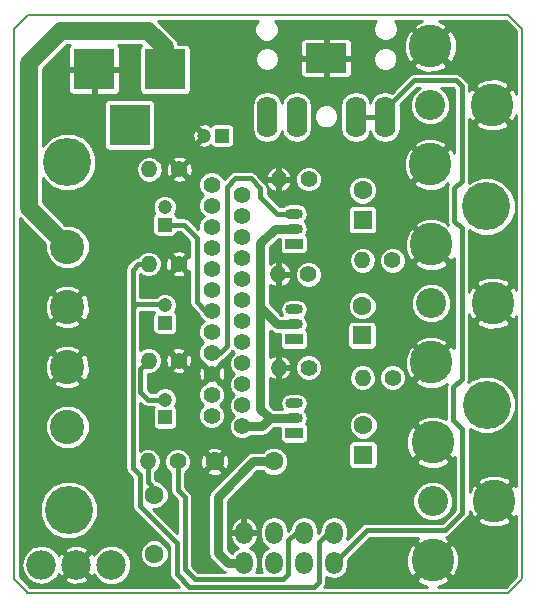
<source format=gbl>
G04 #@! TF.FileFunction,Copper,L2,Bot,Signal*
%FSLAX46Y46*%
G04 Gerber Fmt 4.6, Leading zero omitted, Abs format (unit mm)*
G04 Created by KiCad (PCBNEW 4.0.7) date 03/11/20 10:05:13*
%MOMM*%
%LPD*%
G01*
G04 APERTURE LIST*
%ADD10C,0.100000*%
%ADD11C,0.150000*%
%ADD12O,1.500000X0.900000*%
%ADD13R,1.500000X0.900000*%
%ADD14C,1.600000*%
%ADD15R,3.500000X2.500000*%
%ADD16O,1.750000X3.500000*%
%ADD17C,4.064000*%
%ADD18R,1.600000X1.600000*%
%ADD19C,1.400000*%
%ADD20O,1.400000X1.400000*%
%ADD21O,1.500000X1.900000*%
%ADD22R,1.200000X1.200000*%
%ADD23C,1.200000*%
%ADD24R,3.500000X3.500000*%
%ADD25O,2.500000X2.500000*%
%ADD26C,2.500000*%
%ADD27C,2.900000*%
%ADD28C,2.550000*%
%ADD29C,3.616000*%
%ADD30C,0.400000*%
%ADD31C,0.800000*%
%ADD32C,1.500000*%
%ADD33C,0.254000*%
G04 APERTURE END LIST*
D10*
D11*
X131026000Y-96098000D02*
X131026000Y-49570000D01*
X174088000Y-96056000D02*
X174088000Y-49528000D01*
X174089000Y-49537000D02*
X172910000Y-48358000D01*
X172895000Y-97257000D02*
X174069000Y-96083000D01*
X131048000Y-49542000D02*
X132222000Y-48368000D01*
X132196000Y-97261000D02*
X131017000Y-96082000D01*
X132188000Y-97260000D02*
X172878000Y-97260000D01*
X132213000Y-48369000D02*
X172903000Y-48369000D01*
D12*
X154760000Y-74559000D03*
X154760000Y-73289000D03*
D13*
X154760000Y-75829000D03*
D14*
X142913000Y-93990000D03*
X142913000Y-88990000D03*
D15*
X157474000Y-51999000D03*
D16*
X162474000Y-57005000D03*
X152474000Y-57005000D03*
X159974000Y-57005000D03*
X154974000Y-57005000D03*
D17*
X135674000Y-90259000D03*
D14*
X148031000Y-86157000D03*
X153031000Y-86157000D03*
D18*
X160553000Y-65684000D03*
D14*
X160553000Y-63184000D03*
D18*
X160599000Y-85580000D03*
D14*
X160599000Y-83080000D03*
D18*
X160515000Y-75476000D03*
D14*
X160515000Y-72976000D03*
D17*
X135565000Y-60797000D03*
D19*
X145035000Y-61413000D03*
D20*
X142495000Y-61413000D03*
D19*
X144990000Y-77610000D03*
D20*
X142450000Y-77610000D03*
D19*
X144981000Y-69431000D03*
D20*
X142441000Y-69431000D03*
D19*
X163086000Y-69124000D03*
D20*
X160546000Y-69124000D03*
D19*
X155989000Y-78204000D03*
D20*
X153449000Y-78204000D03*
D19*
X155989000Y-62250000D03*
D20*
X153449000Y-62250000D03*
D19*
X155976000Y-70307000D03*
D20*
X153436000Y-70307000D03*
D19*
X163106000Y-79058000D03*
D20*
X160566000Y-79058000D03*
D17*
X171049000Y-64569000D03*
X171069000Y-81344000D03*
D21*
X150515000Y-94737000D03*
X150515000Y-92197000D03*
X153055000Y-94737000D03*
X153055000Y-92197000D03*
X155595000Y-94737000D03*
X155595000Y-92197000D03*
X158135000Y-92197000D03*
X158135000Y-94737000D03*
D22*
X143801000Y-66100000D03*
D23*
X143801000Y-64600000D03*
D22*
X143825000Y-82418000D03*
D23*
X143825000Y-80918000D03*
D22*
X143805000Y-74402000D03*
D23*
X143805000Y-72902000D03*
D22*
X148666000Y-58560000D03*
D23*
X147166000Y-58560000D03*
D12*
X154747000Y-66457000D03*
X154747000Y-65187000D03*
D13*
X154747000Y-67727000D03*
D12*
X154760000Y-82494000D03*
X154760000Y-81224000D03*
D13*
X154760000Y-83764000D03*
D19*
X144894000Y-86144000D03*
D20*
X142354000Y-86144000D03*
D24*
X143828000Y-52959000D03*
X137828000Y-52959000D03*
X140828000Y-57659000D03*
D25*
X133352000Y-94899000D03*
D26*
X136332000Y-94899000D03*
X139292000Y-94899000D03*
D27*
X135565000Y-83226000D03*
X135565000Y-78146000D03*
X135565000Y-73066000D03*
X135565000Y-67986000D03*
D19*
X147789000Y-62716000D03*
X150339000Y-63616000D03*
X147789000Y-64491000D03*
X150339000Y-65391000D03*
X147789000Y-66291000D03*
X150339000Y-67166000D03*
X147789000Y-68066000D03*
X150339000Y-68941000D03*
X147789000Y-69841000D03*
X150339000Y-70741000D03*
X147789000Y-71616000D03*
X150339000Y-72516000D03*
X147789000Y-73391000D03*
X150339000Y-74291000D03*
X147789000Y-75191000D03*
X150339000Y-76041000D03*
X147789000Y-76966000D03*
X150339000Y-77841000D03*
X147789000Y-78741000D03*
X150339000Y-79616000D03*
X147789000Y-80516000D03*
X150339000Y-81391000D03*
X147789000Y-82291000D03*
X150339000Y-83166000D03*
D28*
X166300000Y-55992000D03*
D29*
X166300000Y-60992000D03*
X166300000Y-50992000D03*
X171525000Y-55967000D03*
D28*
X166486000Y-89530000D03*
D29*
X166486000Y-94530000D03*
X166486000Y-84530000D03*
X171711000Y-89505000D03*
D28*
X166376000Y-72771000D03*
D29*
X166376000Y-77771000D03*
X166376000Y-67771000D03*
X171601000Y-72746000D03*
D30*
X143801000Y-66100000D02*
X145393000Y-66100000D01*
X146528000Y-67235000D02*
X145399000Y-66106000D01*
X146528000Y-72682000D02*
X146528000Y-67235000D01*
X146528000Y-72682000D02*
X147237000Y-73391000D01*
X145393000Y-66100000D02*
X145399000Y-66106000D01*
X147789000Y-73391000D02*
X147237000Y-73391000D01*
X142913000Y-88990000D02*
X142913000Y-88491000D01*
X142913000Y-88491000D02*
X142354000Y-87932000D01*
X142354000Y-87932000D02*
X142354000Y-86144000D01*
D31*
X153121000Y-66457000D02*
X154747000Y-66457000D01*
X151910000Y-67668000D02*
X153121000Y-66457000D01*
X151910000Y-73119000D02*
X151910000Y-67668000D01*
X152065000Y-83166000D02*
X152722000Y-82509000D01*
X150339000Y-83166000D02*
X152065000Y-83166000D01*
X153031000Y-86157000D02*
X151304000Y-86157000D01*
X149144000Y-94737000D02*
X148323000Y-93916000D01*
X148323000Y-93916000D02*
X148323000Y-89138000D01*
X149144000Y-94737000D02*
X150515000Y-94737000D01*
X151304000Y-86157000D02*
X148323000Y-89138000D01*
X154777000Y-82509000D02*
X152722000Y-82509000D01*
X151910000Y-81697000D02*
X151910000Y-73119000D01*
X152722000Y-82509000D02*
X151910000Y-81697000D01*
X153350000Y-74559000D02*
X154760000Y-74559000D01*
X151910000Y-73119000D02*
X153350000Y-74559000D01*
D30*
X154747000Y-65187000D02*
X153295000Y-65187000D01*
X149799000Y-62179000D02*
X149093000Y-62885000D01*
X151079000Y-62179000D02*
X149799000Y-62179000D01*
X151892000Y-62992000D02*
X151079000Y-62179000D01*
X151892000Y-63784000D02*
X151892000Y-62992000D01*
X153295000Y-65187000D02*
X151892000Y-63784000D01*
X147789000Y-76966000D02*
X148510000Y-76966000D01*
X149093000Y-76383000D02*
X149093000Y-62885000D01*
X148510000Y-76966000D02*
X149093000Y-76383000D01*
X162474000Y-57005000D02*
X162474000Y-56352000D01*
X162474000Y-56352000D02*
X164932000Y-53894000D01*
X160894000Y-91978000D02*
X158135000Y-94737000D01*
X167536000Y-91978000D02*
X160894000Y-91978000D01*
X168990000Y-90524000D02*
X167536000Y-91978000D01*
X168990000Y-83381000D02*
X168990000Y-90524000D01*
X168255000Y-82646000D02*
X168990000Y-83381000D01*
X168255000Y-79837000D02*
X168255000Y-82646000D01*
X168941000Y-79151000D02*
X168255000Y-79837000D01*
X168941000Y-66401000D02*
X168941000Y-79151000D01*
X168311000Y-65771000D02*
X168941000Y-66401000D01*
X168311000Y-63032000D02*
X168311000Y-65771000D01*
X168951000Y-62392000D02*
X168311000Y-63032000D01*
X168951000Y-54397000D02*
X168951000Y-62392000D01*
X168448000Y-53894000D02*
X168951000Y-54397000D01*
X164932000Y-53894000D02*
X168448000Y-53894000D01*
X159974000Y-57005000D02*
X162474000Y-57005000D01*
X143825000Y-80918000D02*
X142350000Y-80918000D01*
X141724000Y-78336000D02*
X142450000Y-77610000D01*
X141724000Y-80292000D02*
X141724000Y-78336000D01*
X142350000Y-80918000D02*
X141724000Y-80292000D01*
X144894000Y-86144000D02*
X144767000Y-86144000D01*
X145512000Y-95266000D02*
X145512000Y-89185000D01*
X144894000Y-88567000D02*
X144894000Y-86144000D01*
X145512000Y-89185000D02*
X144894000Y-88567000D01*
X146395000Y-96149000D02*
X145512000Y-95266000D01*
X154282000Y-95670000D02*
X153803000Y-96149000D01*
X154282000Y-92846000D02*
X154282000Y-95670000D01*
X154282000Y-92846000D02*
X154931000Y-92197000D01*
X153803000Y-96149000D02*
X146395000Y-96149000D01*
X145512000Y-95266000D02*
X145512000Y-95266000D01*
X155595000Y-92197000D02*
X154931000Y-92197000D01*
X155100000Y-92197000D02*
X155595000Y-92197000D01*
X142441000Y-69431000D02*
X141572000Y-69431000D01*
X141084000Y-69919000D02*
X141084000Y-73137000D01*
X141572000Y-69431000D02*
X141084000Y-69919000D01*
X142441000Y-69431000D02*
X142441000Y-69630000D01*
X143751000Y-72848000D02*
X141373000Y-72848000D01*
X141373000Y-72848000D02*
X141084000Y-73137000D01*
X144810000Y-93533000D02*
X144810000Y-95676000D01*
X144810000Y-93533000D02*
X144810000Y-93065000D01*
X141691000Y-89946000D02*
X141691000Y-87284000D01*
X144810000Y-93065000D02*
X141691000Y-89946000D01*
X141084000Y-73137000D02*
X141084000Y-86677000D01*
X141084000Y-86677000D02*
X141691000Y-87284000D01*
X156850000Y-93005000D02*
X157658000Y-92197000D01*
X156850000Y-93005000D02*
X156850000Y-96357000D01*
X156850000Y-96357000D02*
X156443000Y-96764000D01*
X156443000Y-96764000D02*
X145898000Y-96764000D01*
X145898000Y-96764000D02*
X144810000Y-95676000D01*
X143751000Y-72848000D02*
X143805000Y-72902000D01*
X158135000Y-92197000D02*
X157658000Y-92197000D01*
D32*
X135006000Y-49677000D02*
X142412000Y-49677000D01*
X132283000Y-64668000D02*
X132283000Y-52400000D01*
X132283000Y-52400000D02*
X135006000Y-49677000D01*
X135565000Y-67950000D02*
X132283000Y-64668000D01*
X143828000Y-51093000D02*
X143828000Y-52959000D01*
X142412000Y-49677000D02*
X143828000Y-51093000D01*
X135565000Y-67986000D02*
X135565000Y-67950000D01*
D33*
G36*
X151563860Y-49002492D02*
X151407179Y-49379821D01*
X151406822Y-49788387D01*
X151562844Y-50165989D01*
X151851492Y-50455140D01*
X152228821Y-50611821D01*
X152637387Y-50612178D01*
X153014989Y-50456156D01*
X153304140Y-50167508D01*
X153460821Y-49790179D01*
X153461178Y-49381613D01*
X153305156Y-49004011D01*
X153172376Y-48871000D01*
X161715511Y-48871000D01*
X161623860Y-48962492D01*
X161467179Y-49339821D01*
X161466822Y-49748387D01*
X161622844Y-50125989D01*
X161911492Y-50415140D01*
X162288821Y-50571821D01*
X162697387Y-50572178D01*
X163074989Y-50416156D01*
X163364140Y-50127508D01*
X163520821Y-49750179D01*
X163521178Y-49341613D01*
X163365156Y-48964011D01*
X163272307Y-48871000D01*
X165561849Y-48871000D01*
X165065390Y-49076640D01*
X164856569Y-49368964D01*
X166300000Y-50812395D01*
X167743431Y-49368964D01*
X167534610Y-49076640D01*
X167014032Y-48871000D01*
X172713064Y-48871000D01*
X173586000Y-49743935D01*
X173586000Y-55083996D01*
X173440360Y-54732390D01*
X173148036Y-54523569D01*
X171704605Y-55967000D01*
X173148036Y-57410431D01*
X173440360Y-57201610D01*
X173586000Y-56832922D01*
X173586000Y-71679516D01*
X173516360Y-71511390D01*
X173224036Y-71302569D01*
X171780605Y-72746000D01*
X173224036Y-74189431D01*
X173516360Y-73980610D01*
X173586000Y-73804316D01*
X173586000Y-88241559D01*
X173334036Y-88061569D01*
X171890605Y-89505000D01*
X173334036Y-90948431D01*
X173586000Y-90768441D01*
X173586000Y-95856065D01*
X172684064Y-96758000D01*
X166928858Y-96758000D01*
X166967363Y-96757365D01*
X167720610Y-96445360D01*
X167929431Y-96153036D01*
X166486000Y-94709605D01*
X165042569Y-96153036D01*
X165251390Y-96445360D01*
X166042839Y-96758000D01*
X157321657Y-96758000D01*
X157429273Y-96596942D01*
X157477000Y-96357000D01*
X157477000Y-95912682D01*
X157684582Y-96051383D01*
X158135000Y-96140977D01*
X158585418Y-96051383D01*
X158967265Y-95796242D01*
X159222406Y-95414395D01*
X159312000Y-94963977D01*
X159312000Y-94510023D01*
X159301496Y-94457216D01*
X159636366Y-94122346D01*
X164243974Y-94122346D01*
X164258635Y-95011363D01*
X164570640Y-95764610D01*
X164862964Y-95973431D01*
X166306395Y-94530000D01*
X166665605Y-94530000D01*
X168109036Y-95973431D01*
X168401360Y-95764610D01*
X168728026Y-94937654D01*
X168713365Y-94048637D01*
X168401360Y-93295390D01*
X168109036Y-93086569D01*
X166665605Y-94530000D01*
X166306395Y-94530000D01*
X164862964Y-93086569D01*
X164570640Y-93295390D01*
X164243974Y-94122346D01*
X159636366Y-94122346D01*
X161153712Y-92605000D01*
X165274663Y-92605000D01*
X165251390Y-92614640D01*
X165042569Y-92906964D01*
X166486000Y-94350395D01*
X167929431Y-92906964D01*
X167720610Y-92614640D01*
X167642552Y-92583805D01*
X167775943Y-92557272D01*
X167979356Y-92421356D01*
X169272676Y-91128036D01*
X170267569Y-91128036D01*
X170476390Y-91420360D01*
X171303346Y-91747026D01*
X172192363Y-91732365D01*
X172945610Y-91420360D01*
X173154431Y-91128036D01*
X171711000Y-89684605D01*
X170267569Y-91128036D01*
X169272676Y-91128036D01*
X169433356Y-90967356D01*
X169569273Y-90763941D01*
X169617000Y-90524000D01*
X169617000Y-90308335D01*
X169795640Y-90739610D01*
X170087964Y-90948431D01*
X171531395Y-89505000D01*
X170087964Y-88061569D01*
X169795640Y-88270390D01*
X169617000Y-88722618D01*
X169617000Y-87881964D01*
X170267569Y-87881964D01*
X171711000Y-89325395D01*
X173154431Y-87881964D01*
X172945610Y-87589640D01*
X172118654Y-87262974D01*
X171229637Y-87277635D01*
X170476390Y-87589640D01*
X170267569Y-87881964D01*
X169617000Y-87881964D01*
X169617000Y-83381000D01*
X169614281Y-83367329D01*
X169674270Y-83427423D01*
X170577729Y-83802573D01*
X171555980Y-83803426D01*
X172460092Y-83429855D01*
X173152423Y-82738730D01*
X173527573Y-81835271D01*
X173528426Y-80857020D01*
X173154855Y-79952908D01*
X172463730Y-79260577D01*
X171560271Y-78885427D01*
X170582020Y-78884574D01*
X169677908Y-79258145D01*
X169470982Y-79464711D01*
X169520273Y-79390941D01*
X169568000Y-79151000D01*
X169568000Y-74369036D01*
X170157569Y-74369036D01*
X170366390Y-74661360D01*
X171193346Y-74988026D01*
X172082363Y-74973365D01*
X172835610Y-74661360D01*
X173044431Y-74369036D01*
X171601000Y-72925605D01*
X170157569Y-74369036D01*
X169568000Y-74369036D01*
X169568000Y-73696602D01*
X169685640Y-73980610D01*
X169977964Y-74189431D01*
X171421395Y-72746000D01*
X169977964Y-71302569D01*
X169685640Y-71511390D01*
X169568000Y-71809196D01*
X169568000Y-71122964D01*
X170157569Y-71122964D01*
X171601000Y-72566395D01*
X173044431Y-71122964D01*
X172835610Y-70830640D01*
X172008654Y-70503974D01*
X171119637Y-70518635D01*
X170366390Y-70830640D01*
X170157569Y-71122964D01*
X169568000Y-71122964D01*
X169568000Y-66566002D01*
X169654270Y-66652423D01*
X170557729Y-67027573D01*
X171535980Y-67028426D01*
X172440092Y-66654855D01*
X173132423Y-65963730D01*
X173507573Y-65060271D01*
X173508426Y-64082020D01*
X173134855Y-63177908D01*
X172443730Y-62485577D01*
X171540271Y-62110427D01*
X170562020Y-62109574D01*
X169657908Y-62483145D01*
X169535580Y-62605259D01*
X169578000Y-62392000D01*
X169578000Y-57590036D01*
X170081569Y-57590036D01*
X170290390Y-57882360D01*
X171117346Y-58209026D01*
X172006363Y-58194365D01*
X172759610Y-57882360D01*
X172968431Y-57590036D01*
X171525000Y-56146605D01*
X170081569Y-57590036D01*
X169578000Y-57590036D01*
X169578000Y-57125224D01*
X169609640Y-57201610D01*
X169901964Y-57410431D01*
X171345395Y-55967000D01*
X169901964Y-54523569D01*
X169609640Y-54732390D01*
X169578000Y-54812487D01*
X169578000Y-54397000D01*
X169567451Y-54343964D01*
X170081569Y-54343964D01*
X171525000Y-55787395D01*
X172968431Y-54343964D01*
X172759610Y-54051640D01*
X171932654Y-53724974D01*
X171043637Y-53739635D01*
X170290390Y-54051640D01*
X170081569Y-54343964D01*
X169567451Y-54343964D01*
X169530272Y-54157057D01*
X169394356Y-53953644D01*
X168891356Y-53450644D01*
X168829657Y-53409418D01*
X168687943Y-53314728D01*
X168448000Y-53267000D01*
X164932000Y-53267000D01*
X164692058Y-53314727D01*
X164488644Y-53450644D01*
X163021754Y-54917534D01*
X162972254Y-54884459D01*
X162474000Y-54785350D01*
X161975746Y-54884459D01*
X161553347Y-55166697D01*
X161271109Y-55589096D01*
X161224000Y-55825929D01*
X161176891Y-55589096D01*
X160894653Y-55166697D01*
X160472254Y-54884459D01*
X159974000Y-54785350D01*
X159475746Y-54884459D01*
X159053347Y-55166697D01*
X158771109Y-55589096D01*
X158672000Y-56087350D01*
X158672000Y-57922650D01*
X158771109Y-58420904D01*
X159053347Y-58843303D01*
X159475746Y-59125541D01*
X159974000Y-59224650D01*
X160472254Y-59125541D01*
X160894653Y-58843303D01*
X161176891Y-58420904D01*
X161224000Y-58184071D01*
X161271109Y-58420904D01*
X161553347Y-58843303D01*
X161975746Y-59125541D01*
X162474000Y-59224650D01*
X162972254Y-59125541D01*
X163394653Y-58843303D01*
X163676891Y-58420904D01*
X163776000Y-57922650D01*
X163776000Y-56087350D01*
X163751008Y-55961704D01*
X165191712Y-54521000D01*
X165403160Y-54521000D01*
X165337154Y-54548273D01*
X164857956Y-55026636D01*
X164598296Y-55651966D01*
X164597705Y-56329063D01*
X164856273Y-56954846D01*
X165334636Y-57434044D01*
X165959966Y-57693704D01*
X166637063Y-57694295D01*
X167262846Y-57435727D01*
X167742044Y-56957364D01*
X168001704Y-56332034D01*
X168002295Y-55654937D01*
X167743727Y-55029154D01*
X167265364Y-54549956D01*
X167195630Y-54521000D01*
X168188288Y-54521000D01*
X168324000Y-54656712D01*
X168324000Y-60019670D01*
X168215360Y-59757390D01*
X167923036Y-59548569D01*
X166479605Y-60992000D01*
X166493748Y-61006143D01*
X166314143Y-61185748D01*
X166300000Y-61171605D01*
X164856569Y-62615036D01*
X165065390Y-62907360D01*
X165892346Y-63234026D01*
X166781363Y-63219365D01*
X167534610Y-62907360D01*
X167743430Y-62615038D01*
X167807319Y-62678927D01*
X167731728Y-62792057D01*
X167684000Y-63032000D01*
X167684000Y-65771000D01*
X167731728Y-66010943D01*
X167821738Y-66145654D01*
X167819430Y-66147962D01*
X167610610Y-65855640D01*
X166783654Y-65528974D01*
X165894637Y-65543635D01*
X165141390Y-65855640D01*
X164932569Y-66147964D01*
X166376000Y-67591395D01*
X166390143Y-67577253D01*
X166569748Y-67756858D01*
X166555605Y-67771000D01*
X167999036Y-69214431D01*
X168291360Y-69005610D01*
X168314000Y-68948297D01*
X168314000Y-76591048D01*
X168291360Y-76536390D01*
X167999036Y-76327569D01*
X166555605Y-77771000D01*
X166569748Y-77785143D01*
X166390143Y-77964748D01*
X166376000Y-77950605D01*
X164932569Y-79394036D01*
X165141390Y-79686360D01*
X165968346Y-80013026D01*
X166857363Y-79998365D01*
X167610610Y-79686360D01*
X167694898Y-79568368D01*
X167675728Y-79597057D01*
X167628000Y-79837000D01*
X167628000Y-82578057D01*
X166893654Y-82287974D01*
X166004637Y-82302635D01*
X165251390Y-82614640D01*
X165042569Y-82906964D01*
X166486000Y-84350395D01*
X166500143Y-84336253D01*
X166679748Y-84515858D01*
X166665605Y-84530000D01*
X168109036Y-85973431D01*
X168363000Y-85792012D01*
X168363000Y-90264288D01*
X167276288Y-91351000D01*
X160894000Y-91351000D01*
X160654057Y-91398728D01*
X160450644Y-91534644D01*
X159250095Y-92735193D01*
X159312000Y-92423977D01*
X159312000Y-91970023D01*
X159222406Y-91519605D01*
X158967265Y-91137758D01*
X158585418Y-90882617D01*
X158135000Y-90793023D01*
X157684582Y-90882617D01*
X157302735Y-91137758D01*
X157047594Y-91519605D01*
X156958000Y-91970023D01*
X156958000Y-92010288D01*
X156772000Y-92196288D01*
X156772000Y-91970023D01*
X156682406Y-91519605D01*
X156427265Y-91137758D01*
X156045418Y-90882617D01*
X155595000Y-90793023D01*
X155144582Y-90882617D01*
X154762735Y-91137758D01*
X154507594Y-91519605D01*
X154454435Y-91786853D01*
X154232000Y-92009288D01*
X154232000Y-91970023D01*
X154142406Y-91519605D01*
X153887265Y-91137758D01*
X153505418Y-90882617D01*
X153055000Y-90793023D01*
X152604582Y-90882617D01*
X152222735Y-91137758D01*
X151967594Y-91519605D01*
X151878000Y-91970023D01*
X151878000Y-92423977D01*
X151967594Y-92874395D01*
X152222735Y-93256242D01*
X152538158Y-93467000D01*
X152222735Y-93677758D01*
X151967594Y-94059605D01*
X151878000Y-94510023D01*
X151878000Y-94963977D01*
X151967594Y-95414395D01*
X152039493Y-95522000D01*
X151530507Y-95522000D01*
X151602406Y-95414395D01*
X151692000Y-94963977D01*
X151692000Y-94510023D01*
X151602406Y-94059605D01*
X151347265Y-93677758D01*
X151006702Y-93450202D01*
X151268189Y-93309480D01*
X151560047Y-92951789D01*
X151692806Y-92509636D01*
X151589175Y-92324000D01*
X150642000Y-92324000D01*
X150642000Y-92344000D01*
X150388000Y-92344000D01*
X150388000Y-92324000D01*
X149440825Y-92324000D01*
X149337194Y-92509636D01*
X149469953Y-92951789D01*
X149761811Y-93309480D01*
X150023298Y-93450202D01*
X149682735Y-93677758D01*
X149527556Y-93910000D01*
X149486555Y-93910000D01*
X149150000Y-93573446D01*
X149150000Y-91884364D01*
X149337194Y-91884364D01*
X149440825Y-92070000D01*
X150388000Y-92070000D01*
X150388000Y-90934312D01*
X150642000Y-90934312D01*
X150642000Y-92070000D01*
X151589175Y-92070000D01*
X151692806Y-91884364D01*
X151560047Y-91442211D01*
X151268189Y-91084520D01*
X150861665Y-90865745D01*
X150823485Y-90861145D01*
X150642000Y-90934312D01*
X150388000Y-90934312D01*
X150206515Y-90861145D01*
X150168335Y-90865745D01*
X149761811Y-91084520D01*
X149469953Y-91442211D01*
X149337194Y-91884364D01*
X149150000Y-91884364D01*
X149150000Y-89867063D01*
X164783705Y-89867063D01*
X165042273Y-90492846D01*
X165520636Y-90972044D01*
X166145966Y-91231704D01*
X166823063Y-91232295D01*
X167448846Y-90973727D01*
X167928044Y-90495364D01*
X168187704Y-89870034D01*
X168188295Y-89192937D01*
X167929727Y-88567154D01*
X167451364Y-88087956D01*
X166826034Y-87828296D01*
X166148937Y-87827705D01*
X165523154Y-88086273D01*
X165043956Y-88564636D01*
X164784296Y-89189966D01*
X164783705Y-89867063D01*
X149150000Y-89867063D01*
X149150000Y-89480554D01*
X151646555Y-86984000D01*
X152122831Y-86984000D01*
X152335053Y-87196593D01*
X152785864Y-87383786D01*
X153273995Y-87384212D01*
X153725131Y-87197806D01*
X154070593Y-86852947D01*
X154257786Y-86402136D01*
X154258212Y-85914005D01*
X154071806Y-85462869D01*
X153726947Y-85117407D01*
X153276136Y-84930214D01*
X152788005Y-84929788D01*
X152336869Y-85116194D01*
X152122689Y-85330000D01*
X151304000Y-85330000D01*
X150987521Y-85392952D01*
X150719223Y-85572222D01*
X147738223Y-88553223D01*
X147558952Y-88821521D01*
X147496000Y-89138000D01*
X147496000Y-93916000D01*
X147558952Y-94232479D01*
X147738223Y-94500777D01*
X148559222Y-95321777D01*
X148827521Y-95501048D01*
X148932853Y-95522000D01*
X146654712Y-95522000D01*
X146139000Y-95006288D01*
X146139000Y-89185000D01*
X146091272Y-88945057D01*
X145955356Y-88741644D01*
X145521000Y-88307288D01*
X145521000Y-87104344D01*
X145531560Y-87099981D01*
X145580688Y-87050938D01*
X147316667Y-87050938D01*
X147402202Y-87238531D01*
X147863951Y-87396835D01*
X148351131Y-87366385D01*
X148659798Y-87238531D01*
X148745333Y-87050938D01*
X148031000Y-86336605D01*
X147316667Y-87050938D01*
X145580688Y-87050938D01*
X145848867Y-86783228D01*
X146020804Y-86369158D01*
X146021134Y-85989951D01*
X146791165Y-85989951D01*
X146821615Y-86477131D01*
X146949469Y-86785798D01*
X147137062Y-86871333D01*
X147851395Y-86157000D01*
X148210605Y-86157000D01*
X148924938Y-86871333D01*
X149112531Y-86785798D01*
X149270835Y-86324049D01*
X149240385Y-85836869D01*
X149112531Y-85528202D01*
X148924938Y-85442667D01*
X148210605Y-86157000D01*
X147851395Y-86157000D01*
X147137062Y-85442667D01*
X146949469Y-85528202D01*
X146791165Y-85989951D01*
X146021134Y-85989951D01*
X146021195Y-85920809D01*
X145849981Y-85506440D01*
X145607028Y-85263062D01*
X147316667Y-85263062D01*
X148031000Y-85977395D01*
X148745333Y-85263062D01*
X148659798Y-85075469D01*
X148198049Y-84917165D01*
X147710869Y-84947615D01*
X147402202Y-85075469D01*
X147316667Y-85263062D01*
X145607028Y-85263062D01*
X145533228Y-85189133D01*
X145119158Y-85017196D01*
X144670809Y-85016805D01*
X144256440Y-85188019D01*
X143939133Y-85504772D01*
X143767196Y-85918842D01*
X143766805Y-86367191D01*
X143938019Y-86781560D01*
X144254772Y-87098867D01*
X144267000Y-87103945D01*
X144267000Y-88567000D01*
X144314728Y-88806943D01*
X144437043Y-88990000D01*
X144450644Y-89010356D01*
X144885000Y-89444712D01*
X144885000Y-92253288D01*
X142848656Y-90216944D01*
X143155995Y-90217212D01*
X143607131Y-90030806D01*
X143952593Y-89685947D01*
X144139786Y-89235136D01*
X144140212Y-88747005D01*
X143953806Y-88295869D01*
X143608947Y-87950407D01*
X143158136Y-87763214D01*
X143071851Y-87763139D01*
X142981000Y-87672288D01*
X142981000Y-87069191D01*
X143172988Y-86940909D01*
X143417291Y-86575284D01*
X143503079Y-86144000D01*
X143417291Y-85712716D01*
X143172988Y-85347091D01*
X142807363Y-85102788D01*
X142376079Y-85017000D01*
X142331921Y-85017000D01*
X141900637Y-85102788D01*
X141711000Y-85229499D01*
X141711000Y-84780000D01*
X159363635Y-84780000D01*
X159363635Y-86380000D01*
X159393409Y-86538237D01*
X159486927Y-86683567D01*
X159629619Y-86781064D01*
X159799000Y-86815365D01*
X161399000Y-86815365D01*
X161557237Y-86785591D01*
X161702567Y-86692073D01*
X161800064Y-86549381D01*
X161834365Y-86380000D01*
X161834365Y-86153036D01*
X165042569Y-86153036D01*
X165251390Y-86445360D01*
X166078346Y-86772026D01*
X166967363Y-86757365D01*
X167720610Y-86445360D01*
X167929431Y-86153036D01*
X166486000Y-84709605D01*
X165042569Y-86153036D01*
X161834365Y-86153036D01*
X161834365Y-84780000D01*
X161804591Y-84621763D01*
X161711073Y-84476433D01*
X161568381Y-84378936D01*
X161399000Y-84344635D01*
X159799000Y-84344635D01*
X159640763Y-84374409D01*
X159495433Y-84467927D01*
X159397936Y-84610619D01*
X159363635Y-84780000D01*
X141711000Y-84780000D01*
X141711000Y-81165712D01*
X141906644Y-81361356D01*
X142110058Y-81497273D01*
X142350000Y-81545000D01*
X142894736Y-81545000D01*
X142823936Y-81648619D01*
X142789635Y-81818000D01*
X142789635Y-83018000D01*
X142819409Y-83176237D01*
X142912927Y-83321567D01*
X143055619Y-83419064D01*
X143225000Y-83453365D01*
X144425000Y-83453365D01*
X144583237Y-83423591D01*
X144728567Y-83330073D01*
X144826064Y-83187381D01*
X144860365Y-83018000D01*
X144860365Y-81818000D01*
X144830591Y-81659763D01*
X144737073Y-81514433D01*
X144699904Y-81489036D01*
X144851821Y-81123179D01*
X144852156Y-80739191D01*
X146661805Y-80739191D01*
X146833019Y-81153560D01*
X147082681Y-81403658D01*
X146834133Y-81651772D01*
X146662196Y-82065842D01*
X146661805Y-82514191D01*
X146833019Y-82928560D01*
X147149772Y-83245867D01*
X147563842Y-83417804D01*
X148012191Y-83418195D01*
X148426560Y-83246981D01*
X148743867Y-82930228D01*
X148915804Y-82516158D01*
X148916195Y-82067809D01*
X148744981Y-81653440D01*
X148495319Y-81403342D01*
X148743867Y-81155228D01*
X148915804Y-80741158D01*
X148916195Y-80292809D01*
X148744981Y-79878440D01*
X148430363Y-79563272D01*
X148430744Y-79562349D01*
X147789000Y-78920605D01*
X147147256Y-79562349D01*
X147147796Y-79563656D01*
X146834133Y-79876772D01*
X146662196Y-80290842D01*
X146661805Y-80739191D01*
X144852156Y-80739191D01*
X144852178Y-80714613D01*
X144696156Y-80337011D01*
X144407508Y-80047860D01*
X144030179Y-79891179D01*
X143621613Y-79890822D01*
X143244011Y-80046844D01*
X142999430Y-80291000D01*
X142609712Y-80291000D01*
X142351000Y-80032288D01*
X142351000Y-78721699D01*
X142427921Y-78737000D01*
X142472079Y-78737000D01*
X142903363Y-78651212D01*
X143232410Y-78431349D01*
X144348256Y-78431349D01*
X144421472Y-78608578D01*
X144846888Y-78750131D01*
X145294091Y-78718111D01*
X145558528Y-78608578D01*
X145562944Y-78597888D01*
X146648869Y-78597888D01*
X146680889Y-79045091D01*
X146790422Y-79309528D01*
X146967651Y-79382744D01*
X147609395Y-78741000D01*
X147968605Y-78741000D01*
X148610349Y-79382744D01*
X148787578Y-79309528D01*
X148929131Y-78884112D01*
X148897111Y-78436909D01*
X148787578Y-78172472D01*
X148610349Y-78099256D01*
X147968605Y-78741000D01*
X147609395Y-78741000D01*
X146967651Y-78099256D01*
X146790422Y-78172472D01*
X146648869Y-78597888D01*
X145562944Y-78597888D01*
X145631744Y-78431349D01*
X144990000Y-77789605D01*
X144348256Y-78431349D01*
X143232410Y-78431349D01*
X143268988Y-78406909D01*
X143513291Y-78041284D01*
X143599079Y-77610000D01*
X143570613Y-77466888D01*
X143849869Y-77466888D01*
X143881889Y-77914091D01*
X143991422Y-78178528D01*
X144168651Y-78251744D01*
X144810395Y-77610000D01*
X145169605Y-77610000D01*
X145811349Y-78251744D01*
X145988578Y-78178528D01*
X146130131Y-77753112D01*
X146098111Y-77305909D01*
X145988578Y-77041472D01*
X145811349Y-76968256D01*
X145169605Y-77610000D01*
X144810395Y-77610000D01*
X144168651Y-76968256D01*
X143991422Y-77041472D01*
X143849869Y-77466888D01*
X143570613Y-77466888D01*
X143513291Y-77178716D01*
X143268988Y-76813091D01*
X143232411Y-76788651D01*
X144348256Y-76788651D01*
X144990000Y-77430395D01*
X145631744Y-76788651D01*
X145558528Y-76611422D01*
X145133112Y-76469869D01*
X144685909Y-76501889D01*
X144421472Y-76611422D01*
X144348256Y-76788651D01*
X143232411Y-76788651D01*
X142903363Y-76568788D01*
X142472079Y-76483000D01*
X142427921Y-76483000D01*
X141996637Y-76568788D01*
X141711000Y-76759645D01*
X141711000Y-73475000D01*
X142924630Y-73475000D01*
X142901433Y-73489927D01*
X142803936Y-73632619D01*
X142769635Y-73802000D01*
X142769635Y-75002000D01*
X142799409Y-75160237D01*
X142892927Y-75305567D01*
X143035619Y-75403064D01*
X143205000Y-75437365D01*
X144405000Y-75437365D01*
X144563237Y-75407591D01*
X144708567Y-75314073D01*
X144806064Y-75171381D01*
X144840365Y-75002000D01*
X144840365Y-73802000D01*
X144810591Y-73643763D01*
X144717073Y-73498433D01*
X144679904Y-73473036D01*
X144831821Y-73107179D01*
X144832178Y-72698613D01*
X144676156Y-72321011D01*
X144387508Y-72031860D01*
X144010179Y-71875179D01*
X143601613Y-71874822D01*
X143224011Y-72030844D01*
X143033524Y-72221000D01*
X141711000Y-72221000D01*
X141711000Y-70287369D01*
X141987637Y-70472212D01*
X142418921Y-70558000D01*
X142463079Y-70558000D01*
X142894363Y-70472212D01*
X143223410Y-70252349D01*
X144339256Y-70252349D01*
X144412472Y-70429578D01*
X144837888Y-70571131D01*
X145285091Y-70539111D01*
X145549528Y-70429578D01*
X145622744Y-70252349D01*
X144981000Y-69610605D01*
X144339256Y-70252349D01*
X143223410Y-70252349D01*
X143259988Y-70227909D01*
X143504291Y-69862284D01*
X143590079Y-69431000D01*
X143561613Y-69287888D01*
X143840869Y-69287888D01*
X143872889Y-69735091D01*
X143982422Y-69999528D01*
X144159651Y-70072744D01*
X144801395Y-69431000D01*
X144159651Y-68789256D01*
X143982422Y-68862472D01*
X143840869Y-69287888D01*
X143561613Y-69287888D01*
X143504291Y-68999716D01*
X143259988Y-68634091D01*
X143223411Y-68609651D01*
X144339256Y-68609651D01*
X144981000Y-69251395D01*
X145622744Y-68609651D01*
X145549528Y-68432422D01*
X145124112Y-68290869D01*
X144676909Y-68322889D01*
X144412472Y-68432422D01*
X144339256Y-68609651D01*
X143223411Y-68609651D01*
X142894363Y-68389788D01*
X142463079Y-68304000D01*
X142418921Y-68304000D01*
X141987637Y-68389788D01*
X141622012Y-68634091D01*
X141498746Y-68818571D01*
X141332057Y-68851728D01*
X141128644Y-68987644D01*
X140640644Y-69475644D01*
X140504728Y-69679057D01*
X140457000Y-69919000D01*
X140457000Y-86677000D01*
X140504728Y-86916943D01*
X140626286Y-87098867D01*
X140640644Y-87120356D01*
X141064000Y-87543712D01*
X141064000Y-89946000D01*
X141111728Y-90185943D01*
X141247644Y-90389356D01*
X144183000Y-93324712D01*
X144183000Y-95676000D01*
X144230728Y-95915943D01*
X144352374Y-96098000D01*
X144366644Y-96119356D01*
X145005288Y-96758000D01*
X132402935Y-96758000D01*
X131528000Y-95883064D01*
X131528000Y-94899000D01*
X131642146Y-94899000D01*
X131769800Y-95540760D01*
X132133328Y-96084818D01*
X132677386Y-96448346D01*
X133319146Y-96576000D01*
X133384854Y-96576000D01*
X134026614Y-96448346D01*
X134519805Y-96118806D01*
X135291799Y-96118806D01*
X135432494Y-96353129D01*
X136057436Y-96586666D01*
X136724178Y-96563271D01*
X137231506Y-96353129D01*
X137372201Y-96118806D01*
X136332000Y-95078605D01*
X135291799Y-96118806D01*
X134519805Y-96118806D01*
X134570672Y-96084818D01*
X134833521Y-95691436D01*
X134877871Y-95798506D01*
X135112194Y-95939201D01*
X136152395Y-94899000D01*
X136511605Y-94899000D01*
X137551806Y-95939201D01*
X137786129Y-95798506D01*
X137816059Y-95718414D01*
X137869480Y-95847703D01*
X138340816Y-96319862D01*
X138956961Y-96575708D01*
X139624112Y-96576290D01*
X140240703Y-96321520D01*
X140712862Y-95850184D01*
X140968708Y-95234039D01*
X140969290Y-94566888D01*
X140831329Y-94232995D01*
X141685788Y-94232995D01*
X141872194Y-94684131D01*
X142217053Y-95029593D01*
X142667864Y-95216786D01*
X143155995Y-95217212D01*
X143607131Y-95030806D01*
X143952593Y-94685947D01*
X144139786Y-94235136D01*
X144140212Y-93747005D01*
X143953806Y-93295869D01*
X143608947Y-92950407D01*
X143158136Y-92763214D01*
X142670005Y-92762788D01*
X142218869Y-92949194D01*
X141873407Y-93294053D01*
X141686214Y-93744864D01*
X141685788Y-94232995D01*
X140831329Y-94232995D01*
X140714520Y-93950297D01*
X140243184Y-93478138D01*
X139627039Y-93222292D01*
X138959888Y-93221710D01*
X138343297Y-93476480D01*
X137871138Y-93947816D01*
X137817865Y-94076112D01*
X137786129Y-93999494D01*
X137551806Y-93858799D01*
X136511605Y-94899000D01*
X136152395Y-94899000D01*
X135112194Y-93858799D01*
X134877871Y-93999494D01*
X134836304Y-94110728D01*
X134570672Y-93713182D01*
X134519806Y-93679194D01*
X135291799Y-93679194D01*
X136332000Y-94719395D01*
X137372201Y-93679194D01*
X137231506Y-93444871D01*
X136606564Y-93211334D01*
X135939822Y-93234729D01*
X135432494Y-93444871D01*
X135291799Y-93679194D01*
X134519806Y-93679194D01*
X134026614Y-93349654D01*
X133384854Y-93222000D01*
X133319146Y-93222000D01*
X132677386Y-93349654D01*
X132133328Y-93713182D01*
X131769800Y-94257240D01*
X131642146Y-94899000D01*
X131528000Y-94899000D01*
X131528000Y-90745980D01*
X133214574Y-90745980D01*
X133588145Y-91650092D01*
X134279270Y-92342423D01*
X135182729Y-92717573D01*
X136160980Y-92718426D01*
X137065092Y-92344855D01*
X137757423Y-91653730D01*
X138132573Y-90750271D01*
X138133426Y-89772020D01*
X137759855Y-88867908D01*
X137068730Y-88175577D01*
X136165271Y-87800427D01*
X135187020Y-87799574D01*
X134282908Y-88173145D01*
X133590577Y-88864270D01*
X133215427Y-89767729D01*
X133214574Y-90745980D01*
X131528000Y-90745980D01*
X131528000Y-83597720D01*
X133687675Y-83597720D01*
X133972829Y-84287846D01*
X134500376Y-84816316D01*
X135190004Y-85102674D01*
X135936720Y-85103325D01*
X136626846Y-84818171D01*
X137155316Y-84290624D01*
X137441674Y-83600996D01*
X137442325Y-82854280D01*
X137157171Y-82164154D01*
X136629624Y-81635684D01*
X135939996Y-81349326D01*
X135193280Y-81348675D01*
X134503154Y-81633829D01*
X133974684Y-82161376D01*
X133688326Y-82851004D01*
X133687675Y-83597720D01*
X131528000Y-83597720D01*
X131528000Y-79510401D01*
X134380204Y-79510401D01*
X134545337Y-79765510D01*
X135242714Y-80032440D01*
X135989156Y-80012177D01*
X136584663Y-79765510D01*
X136749796Y-79510401D01*
X135565000Y-78325605D01*
X134380204Y-79510401D01*
X131528000Y-79510401D01*
X131528000Y-77823714D01*
X133678560Y-77823714D01*
X133698823Y-78570156D01*
X133945490Y-79165663D01*
X134200599Y-79330796D01*
X135385395Y-78146000D01*
X135744605Y-78146000D01*
X136929401Y-79330796D01*
X137184510Y-79165663D01*
X137451440Y-78468286D01*
X137431177Y-77721844D01*
X137184510Y-77126337D01*
X136929401Y-76961204D01*
X135744605Y-78146000D01*
X135385395Y-78146000D01*
X134200599Y-76961204D01*
X133945490Y-77126337D01*
X133678560Y-77823714D01*
X131528000Y-77823714D01*
X131528000Y-76781599D01*
X134380204Y-76781599D01*
X135565000Y-77966395D01*
X136749796Y-76781599D01*
X136584663Y-76526490D01*
X135887286Y-76259560D01*
X135140844Y-76279823D01*
X134545337Y-76526490D01*
X134380204Y-76781599D01*
X131528000Y-76781599D01*
X131528000Y-74430401D01*
X134380204Y-74430401D01*
X134545337Y-74685510D01*
X135242714Y-74952440D01*
X135989156Y-74932177D01*
X136584663Y-74685510D01*
X136749796Y-74430401D01*
X135565000Y-73245605D01*
X134380204Y-74430401D01*
X131528000Y-74430401D01*
X131528000Y-72743714D01*
X133678560Y-72743714D01*
X133698823Y-73490156D01*
X133945490Y-74085663D01*
X134200599Y-74250796D01*
X135385395Y-73066000D01*
X135744605Y-73066000D01*
X136929401Y-74250796D01*
X137184510Y-74085663D01*
X137451440Y-73388286D01*
X137431177Y-72641844D01*
X137184510Y-72046337D01*
X136929401Y-71881204D01*
X135744605Y-73066000D01*
X135385395Y-73066000D01*
X134200599Y-71881204D01*
X133945490Y-72046337D01*
X133678560Y-72743714D01*
X131528000Y-72743714D01*
X131528000Y-71701599D01*
X134380204Y-71701599D01*
X135565000Y-72886395D01*
X136749796Y-71701599D01*
X136584663Y-71446490D01*
X135887286Y-71179560D01*
X135140844Y-71199823D01*
X134545337Y-71446490D01*
X134380204Y-71701599D01*
X131528000Y-71701599D01*
X131528000Y-65577530D01*
X133688216Y-67737746D01*
X133687675Y-68357720D01*
X133972829Y-69047846D01*
X134500376Y-69576316D01*
X135190004Y-69862674D01*
X135936720Y-69863325D01*
X136626846Y-69578171D01*
X137155316Y-69050624D01*
X137441674Y-68360996D01*
X137442325Y-67614280D01*
X137157171Y-66924154D01*
X136629624Y-66395684D01*
X135939996Y-66109326D01*
X135388375Y-66108845D01*
X134779530Y-65500000D01*
X142765635Y-65500000D01*
X142765635Y-66700000D01*
X142795409Y-66858237D01*
X142888927Y-67003567D01*
X143031619Y-67101064D01*
X143201000Y-67135365D01*
X144401000Y-67135365D01*
X144559237Y-67105591D01*
X144704567Y-67012073D01*
X144802064Y-66869381D01*
X144830897Y-66727000D01*
X145133288Y-66727000D01*
X145901000Y-67494712D01*
X145901000Y-68830010D01*
X145802349Y-68789256D01*
X145160605Y-69431000D01*
X145802349Y-70072744D01*
X145901000Y-70031990D01*
X145901000Y-72682000D01*
X145948728Y-72921943D01*
X146071301Y-73105387D01*
X146084644Y-73125356D01*
X146723998Y-73764710D01*
X146833019Y-74028560D01*
X147095181Y-74291180D01*
X146834133Y-74551772D01*
X146662196Y-74965842D01*
X146661805Y-75414191D01*
X146833019Y-75828560D01*
X147082681Y-76078658D01*
X146834133Y-76326772D01*
X146662196Y-76740842D01*
X146661805Y-77189191D01*
X146833019Y-77603560D01*
X147147637Y-77918728D01*
X147147256Y-77919651D01*
X147789000Y-78561395D01*
X148430744Y-77919651D01*
X148430204Y-77918344D01*
X148743867Y-77605228D01*
X148775990Y-77527868D01*
X148953356Y-77409356D01*
X149533454Y-76829258D01*
X149645181Y-76941180D01*
X149384133Y-77201772D01*
X149212196Y-77615842D01*
X149211805Y-78064191D01*
X149383019Y-78478560D01*
X149632681Y-78728658D01*
X149384133Y-78976772D01*
X149212196Y-79390842D01*
X149211805Y-79839191D01*
X149383019Y-80253560D01*
X149632681Y-80503658D01*
X149384133Y-80751772D01*
X149212196Y-81165842D01*
X149211805Y-81614191D01*
X149383019Y-82028560D01*
X149632681Y-82278658D01*
X149384133Y-82526772D01*
X149212196Y-82940842D01*
X149211805Y-83389191D01*
X149383019Y-83803560D01*
X149699772Y-84120867D01*
X150113842Y-84292804D01*
X150562191Y-84293195D01*
X150976560Y-84121981D01*
X151105767Y-83993000D01*
X152065000Y-83993000D01*
X152381479Y-83930048D01*
X152649777Y-83750777D01*
X153064555Y-83336000D01*
X153574635Y-83336000D01*
X153574635Y-84214000D01*
X153604409Y-84372237D01*
X153697927Y-84517567D01*
X153840619Y-84615064D01*
X154010000Y-84649365D01*
X155510000Y-84649365D01*
X155668237Y-84619591D01*
X155813567Y-84526073D01*
X155911064Y-84383381D01*
X155945365Y-84214000D01*
X155945365Y-83322995D01*
X159371788Y-83322995D01*
X159558194Y-83774131D01*
X159903053Y-84119593D01*
X160353864Y-84306786D01*
X160841995Y-84307212D01*
X161289403Y-84122346D01*
X164243974Y-84122346D01*
X164258635Y-85011363D01*
X164570640Y-85764610D01*
X164862964Y-85973431D01*
X166306395Y-84530000D01*
X164862964Y-83086569D01*
X164570640Y-83295390D01*
X164243974Y-84122346D01*
X161289403Y-84122346D01*
X161293131Y-84120806D01*
X161638593Y-83775947D01*
X161825786Y-83325136D01*
X161826212Y-82837005D01*
X161639806Y-82385869D01*
X161294947Y-82040407D01*
X160844136Y-81853214D01*
X160356005Y-81852788D01*
X159904869Y-82039194D01*
X159559407Y-82384053D01*
X159372214Y-82834864D01*
X159371788Y-83322995D01*
X155945365Y-83322995D01*
X155945365Y-83314000D01*
X155915591Y-83155763D01*
X155822073Y-83010433D01*
X155788026Y-82987170D01*
X155893301Y-82829613D01*
X155960059Y-82494000D01*
X155893301Y-82158387D01*
X155703192Y-81873867D01*
X155680942Y-81859000D01*
X155703192Y-81844133D01*
X155893301Y-81559613D01*
X155960059Y-81224000D01*
X155893301Y-80888387D01*
X155703192Y-80603867D01*
X155418672Y-80413758D01*
X155083059Y-80347000D01*
X154436941Y-80347000D01*
X154101328Y-80413758D01*
X153816808Y-80603867D01*
X153626699Y-80888387D01*
X153559941Y-81224000D01*
X153626699Y-81559613D01*
X153708475Y-81682000D01*
X153064555Y-81682000D01*
X152737000Y-81354446D01*
X152737000Y-79070891D01*
X152755603Y-79092458D01*
X153148383Y-79290180D01*
X153322000Y-79217084D01*
X153322000Y-78331000D01*
X153576000Y-78331000D01*
X153576000Y-79217084D01*
X153749617Y-79290180D01*
X154142397Y-79092458D01*
X154429613Y-78759477D01*
X154535167Y-78504615D01*
X154502233Y-78427191D01*
X154861805Y-78427191D01*
X155033019Y-78841560D01*
X155349772Y-79158867D01*
X155763842Y-79330804D01*
X156212191Y-79331195D01*
X156626560Y-79159981D01*
X156728719Y-79058000D01*
X159416921Y-79058000D01*
X159502709Y-79489284D01*
X159747012Y-79854909D01*
X160112637Y-80099212D01*
X160543921Y-80185000D01*
X160588079Y-80185000D01*
X161019363Y-80099212D01*
X161384988Y-79854909D01*
X161629291Y-79489284D01*
X161670683Y-79281191D01*
X161978805Y-79281191D01*
X162150019Y-79695560D01*
X162466772Y-80012867D01*
X162880842Y-80184804D01*
X163329191Y-80185195D01*
X163743560Y-80013981D01*
X164060867Y-79697228D01*
X164232804Y-79283158D01*
X164233195Y-78834809D01*
X164061981Y-78420440D01*
X163745228Y-78103133D01*
X163331158Y-77931196D01*
X162882809Y-77930805D01*
X162468440Y-78102019D01*
X162151133Y-78418772D01*
X161979196Y-78832842D01*
X161978805Y-79281191D01*
X161670683Y-79281191D01*
X161715079Y-79058000D01*
X161629291Y-78626716D01*
X161384988Y-78261091D01*
X161019363Y-78016788D01*
X160588079Y-77931000D01*
X160543921Y-77931000D01*
X160112637Y-78016788D01*
X159747012Y-78261091D01*
X159502709Y-78626716D01*
X159416921Y-79058000D01*
X156728719Y-79058000D01*
X156943867Y-78843228D01*
X157115804Y-78429158D01*
X157116195Y-77980809D01*
X156944981Y-77566440D01*
X156742242Y-77363346D01*
X164133974Y-77363346D01*
X164148635Y-78252363D01*
X164460640Y-79005610D01*
X164752964Y-79214431D01*
X166196395Y-77771000D01*
X164752964Y-76327569D01*
X164460640Y-76536390D01*
X164133974Y-77363346D01*
X156742242Y-77363346D01*
X156628228Y-77249133D01*
X156214158Y-77077196D01*
X155765809Y-77076805D01*
X155351440Y-77248019D01*
X155034133Y-77564772D01*
X154862196Y-77978842D01*
X154861805Y-78427191D01*
X154502233Y-78427191D01*
X154461315Y-78331000D01*
X153576000Y-78331000D01*
X153322000Y-78331000D01*
X153302000Y-78331000D01*
X153302000Y-78077000D01*
X153322000Y-78077000D01*
X153322000Y-77190916D01*
X153576000Y-77190916D01*
X153576000Y-78077000D01*
X154461315Y-78077000D01*
X154535167Y-77903385D01*
X154429613Y-77648523D01*
X154142397Y-77315542D01*
X153749617Y-77117820D01*
X153576000Y-77190916D01*
X153322000Y-77190916D01*
X153148383Y-77117820D01*
X152755603Y-77315542D01*
X152737000Y-77337109D01*
X152737000Y-75115555D01*
X152765223Y-75143778D01*
X153033521Y-75323048D01*
X153350000Y-75386000D01*
X153574635Y-75386000D01*
X153574635Y-76279000D01*
X153604409Y-76437237D01*
X153697927Y-76582567D01*
X153840619Y-76680064D01*
X154010000Y-76714365D01*
X155510000Y-76714365D01*
X155668237Y-76684591D01*
X155813567Y-76591073D01*
X155911064Y-76448381D01*
X155945365Y-76279000D01*
X155945365Y-75379000D01*
X155915591Y-75220763D01*
X155822073Y-75075433D01*
X155788026Y-75052170D01*
X155893301Y-74894613D01*
X155936786Y-74676000D01*
X159279635Y-74676000D01*
X159279635Y-76276000D01*
X159309409Y-76434237D01*
X159402927Y-76579567D01*
X159545619Y-76677064D01*
X159715000Y-76711365D01*
X161315000Y-76711365D01*
X161473237Y-76681591D01*
X161618567Y-76588073D01*
X161716064Y-76445381D01*
X161750365Y-76276000D01*
X161750365Y-76147964D01*
X164932569Y-76147964D01*
X166376000Y-77591395D01*
X167819431Y-76147964D01*
X167610610Y-75855640D01*
X166783654Y-75528974D01*
X165894637Y-75543635D01*
X165141390Y-75855640D01*
X164932569Y-76147964D01*
X161750365Y-76147964D01*
X161750365Y-74676000D01*
X161720591Y-74517763D01*
X161627073Y-74372433D01*
X161484381Y-74274936D01*
X161315000Y-74240635D01*
X159715000Y-74240635D01*
X159556763Y-74270409D01*
X159411433Y-74363927D01*
X159313936Y-74506619D01*
X159279635Y-74676000D01*
X155936786Y-74676000D01*
X155960059Y-74559000D01*
X155893301Y-74223387D01*
X155703192Y-73938867D01*
X155680942Y-73924000D01*
X155703192Y-73909133D01*
X155893301Y-73624613D01*
X155960059Y-73289000D01*
X155946135Y-73218995D01*
X159287788Y-73218995D01*
X159474194Y-73670131D01*
X159819053Y-74015593D01*
X160269864Y-74202786D01*
X160757995Y-74203212D01*
X161209131Y-74016806D01*
X161554593Y-73671947D01*
X161741786Y-73221136D01*
X161741884Y-73108063D01*
X164673705Y-73108063D01*
X164932273Y-73733846D01*
X165410636Y-74213044D01*
X166035966Y-74472704D01*
X166713063Y-74473295D01*
X167338846Y-74214727D01*
X167818044Y-73736364D01*
X168077704Y-73111034D01*
X168078295Y-72433937D01*
X167819727Y-71808154D01*
X167341364Y-71328956D01*
X166716034Y-71069296D01*
X166038937Y-71068705D01*
X165413154Y-71327273D01*
X164933956Y-71805636D01*
X164674296Y-72430966D01*
X164673705Y-73108063D01*
X161741884Y-73108063D01*
X161742212Y-72733005D01*
X161555806Y-72281869D01*
X161210947Y-71936407D01*
X160760136Y-71749214D01*
X160272005Y-71748788D01*
X159820869Y-71935194D01*
X159475407Y-72280053D01*
X159288214Y-72730864D01*
X159287788Y-73218995D01*
X155946135Y-73218995D01*
X155893301Y-72953387D01*
X155703192Y-72668867D01*
X155418672Y-72478758D01*
X155083059Y-72412000D01*
X154436941Y-72412000D01*
X154101328Y-72478758D01*
X153816808Y-72668867D01*
X153626699Y-72953387D01*
X153559941Y-73289000D01*
X153626699Y-73624613D01*
X153698452Y-73732000D01*
X153692555Y-73732000D01*
X152737000Y-72776446D01*
X152737000Y-71188962D01*
X152742603Y-71195458D01*
X153135383Y-71393180D01*
X153309000Y-71320084D01*
X153309000Y-70434000D01*
X153563000Y-70434000D01*
X153563000Y-71320084D01*
X153736617Y-71393180D01*
X154129397Y-71195458D01*
X154416613Y-70862477D01*
X154522167Y-70607615D01*
X154489233Y-70530191D01*
X154848805Y-70530191D01*
X155020019Y-70944560D01*
X155336772Y-71261867D01*
X155750842Y-71433804D01*
X156199191Y-71434195D01*
X156613560Y-71262981D01*
X156930867Y-70946228D01*
X157102804Y-70532158D01*
X157103195Y-70083809D01*
X156931981Y-69669440D01*
X156615228Y-69352133D01*
X156201158Y-69180196D01*
X155752809Y-69179805D01*
X155338440Y-69351019D01*
X155021133Y-69667772D01*
X154849196Y-70081842D01*
X154848805Y-70530191D01*
X154489233Y-70530191D01*
X154448315Y-70434000D01*
X153563000Y-70434000D01*
X153309000Y-70434000D01*
X153289000Y-70434000D01*
X153289000Y-70180000D01*
X153309000Y-70180000D01*
X153309000Y-69293916D01*
X153563000Y-69293916D01*
X153563000Y-70180000D01*
X154448315Y-70180000D01*
X154522167Y-70006385D01*
X154416613Y-69751523D01*
X154129397Y-69418542D01*
X153736617Y-69220820D01*
X153563000Y-69293916D01*
X153309000Y-69293916D01*
X153135383Y-69220820D01*
X152742603Y-69418542D01*
X152737000Y-69425038D01*
X152737000Y-69124000D01*
X159396921Y-69124000D01*
X159482709Y-69555284D01*
X159727012Y-69920909D01*
X160092637Y-70165212D01*
X160523921Y-70251000D01*
X160568079Y-70251000D01*
X160999363Y-70165212D01*
X161364988Y-69920909D01*
X161609291Y-69555284D01*
X161650683Y-69347191D01*
X161958805Y-69347191D01*
X162130019Y-69761560D01*
X162446772Y-70078867D01*
X162860842Y-70250804D01*
X163309191Y-70251195D01*
X163723560Y-70079981D01*
X164040867Y-69763228D01*
X164194169Y-69394036D01*
X164932569Y-69394036D01*
X165141390Y-69686360D01*
X165968346Y-70013026D01*
X166857363Y-69998365D01*
X167610610Y-69686360D01*
X167819431Y-69394036D01*
X166376000Y-67950605D01*
X164932569Y-69394036D01*
X164194169Y-69394036D01*
X164212804Y-69349158D01*
X164213195Y-68900809D01*
X164041981Y-68486440D01*
X163725228Y-68169133D01*
X163311158Y-67997196D01*
X162862809Y-67996805D01*
X162448440Y-68168019D01*
X162131133Y-68484772D01*
X161959196Y-68898842D01*
X161958805Y-69347191D01*
X161650683Y-69347191D01*
X161695079Y-69124000D01*
X161609291Y-68692716D01*
X161364988Y-68327091D01*
X160999363Y-68082788D01*
X160568079Y-67997000D01*
X160523921Y-67997000D01*
X160092637Y-68082788D01*
X159727012Y-68327091D01*
X159482709Y-68692716D01*
X159396921Y-69124000D01*
X152737000Y-69124000D01*
X152737000Y-68010554D01*
X153463555Y-67284000D01*
X153561635Y-67284000D01*
X153561635Y-68177000D01*
X153591409Y-68335237D01*
X153684927Y-68480567D01*
X153827619Y-68578064D01*
X153997000Y-68612365D01*
X155497000Y-68612365D01*
X155655237Y-68582591D01*
X155800567Y-68489073D01*
X155898064Y-68346381D01*
X155932365Y-68177000D01*
X155932365Y-67363346D01*
X164133974Y-67363346D01*
X164148635Y-68252363D01*
X164460640Y-69005610D01*
X164752964Y-69214431D01*
X166196395Y-67771000D01*
X164752964Y-66327569D01*
X164460640Y-66536390D01*
X164133974Y-67363346D01*
X155932365Y-67363346D01*
X155932365Y-67277000D01*
X155902591Y-67118763D01*
X155809073Y-66973433D01*
X155775026Y-66950170D01*
X155880301Y-66792613D01*
X155947059Y-66457000D01*
X155880301Y-66121387D01*
X155690192Y-65836867D01*
X155667942Y-65822000D01*
X155690192Y-65807133D01*
X155880301Y-65522613D01*
X155947059Y-65187000D01*
X155886789Y-64884000D01*
X159317635Y-64884000D01*
X159317635Y-66484000D01*
X159347409Y-66642237D01*
X159440927Y-66787567D01*
X159583619Y-66885064D01*
X159753000Y-66919365D01*
X161353000Y-66919365D01*
X161511237Y-66889591D01*
X161656567Y-66796073D01*
X161754064Y-66653381D01*
X161788365Y-66484000D01*
X161788365Y-64884000D01*
X161758591Y-64725763D01*
X161665073Y-64580433D01*
X161522381Y-64482936D01*
X161353000Y-64448635D01*
X159753000Y-64448635D01*
X159594763Y-64478409D01*
X159449433Y-64571927D01*
X159351936Y-64714619D01*
X159317635Y-64884000D01*
X155886789Y-64884000D01*
X155880301Y-64851387D01*
X155690192Y-64566867D01*
X155405672Y-64376758D01*
X155070059Y-64310000D01*
X154423941Y-64310000D01*
X154088328Y-64376758D01*
X153814085Y-64560000D01*
X153554712Y-64560000D01*
X152519000Y-63524288D01*
X152519000Y-63426995D01*
X159325788Y-63426995D01*
X159512194Y-63878131D01*
X159857053Y-64223593D01*
X160307864Y-64410786D01*
X160795995Y-64411212D01*
X161247131Y-64224806D01*
X161592593Y-63879947D01*
X161779786Y-63429136D01*
X161780212Y-62941005D01*
X161593806Y-62489869D01*
X161248947Y-62144407D01*
X160798136Y-61957214D01*
X160310005Y-61956788D01*
X159858869Y-62143194D01*
X159513407Y-62488053D01*
X159326214Y-62938864D01*
X159325788Y-63426995D01*
X152519000Y-63426995D01*
X152519000Y-62992000D01*
X152508887Y-62941158D01*
X152485948Y-62825837D01*
X152755603Y-63138458D01*
X153148383Y-63336180D01*
X153322000Y-63263084D01*
X153322000Y-62377000D01*
X153576000Y-62377000D01*
X153576000Y-63263084D01*
X153749617Y-63336180D01*
X154142397Y-63138458D01*
X154429613Y-62805477D01*
X154535167Y-62550615D01*
X154502233Y-62473191D01*
X154861805Y-62473191D01*
X155033019Y-62887560D01*
X155349772Y-63204867D01*
X155763842Y-63376804D01*
X156212191Y-63377195D01*
X156626560Y-63205981D01*
X156943867Y-62889228D01*
X157115804Y-62475158D01*
X157116195Y-62026809D01*
X156944981Y-61612440D01*
X156628228Y-61295133D01*
X156214158Y-61123196D01*
X155765809Y-61122805D01*
X155351440Y-61294019D01*
X155034133Y-61610772D01*
X154862196Y-62024842D01*
X154861805Y-62473191D01*
X154502233Y-62473191D01*
X154461315Y-62377000D01*
X153576000Y-62377000D01*
X153322000Y-62377000D01*
X152436685Y-62377000D01*
X152362833Y-62550615D01*
X152405485Y-62653600D01*
X152335356Y-62548644D01*
X151736097Y-61949385D01*
X152362833Y-61949385D01*
X152436685Y-62123000D01*
X153322000Y-62123000D01*
X153322000Y-61236916D01*
X153576000Y-61236916D01*
X153576000Y-62123000D01*
X154461315Y-62123000D01*
X154535167Y-61949385D01*
X154429613Y-61694523D01*
X154142397Y-61361542D01*
X153749617Y-61163820D01*
X153576000Y-61236916D01*
X153322000Y-61236916D01*
X153148383Y-61163820D01*
X152755603Y-61361542D01*
X152468387Y-61694523D01*
X152362833Y-61949385D01*
X151736097Y-61949385D01*
X151522356Y-61735644D01*
X151460814Y-61694523D01*
X151318943Y-61599728D01*
X151079000Y-61552000D01*
X149799000Y-61552000D01*
X149559058Y-61599727D01*
X149355644Y-61735644D01*
X148823301Y-62267987D01*
X148744981Y-62078440D01*
X148428228Y-61761133D01*
X148014158Y-61589196D01*
X147565809Y-61588805D01*
X147151440Y-61760019D01*
X146834133Y-62076772D01*
X146662196Y-62490842D01*
X146661805Y-62939191D01*
X146833019Y-63353560D01*
X147082681Y-63603658D01*
X146834133Y-63851772D01*
X146662196Y-64265842D01*
X146661805Y-64714191D01*
X146833019Y-65128560D01*
X147095181Y-65391180D01*
X146834133Y-65651772D01*
X146662196Y-66065842D01*
X146661833Y-66482121D01*
X145836356Y-65656644D01*
X145831561Y-65653440D01*
X145632943Y-65520728D01*
X145393000Y-65473000D01*
X144831285Y-65473000D01*
X144806591Y-65341763D01*
X144713073Y-65196433D01*
X144675904Y-65171036D01*
X144827821Y-64805179D01*
X144828178Y-64396613D01*
X144672156Y-64019011D01*
X144383508Y-63729860D01*
X144006179Y-63573179D01*
X143597613Y-63572822D01*
X143220011Y-63728844D01*
X142930860Y-64017492D01*
X142774179Y-64394821D01*
X142773822Y-64803387D01*
X142925301Y-65169994D01*
X142897433Y-65187927D01*
X142799936Y-65330619D01*
X142765635Y-65500000D01*
X134779530Y-65500000D01*
X133460000Y-64180470D01*
X133460000Y-62141758D01*
X133479145Y-62188092D01*
X134170270Y-62880423D01*
X135073729Y-63255573D01*
X136051980Y-63256426D01*
X136956092Y-62882855D01*
X137648423Y-62191730D01*
X137971780Y-61413000D01*
X141345921Y-61413000D01*
X141431709Y-61844284D01*
X141676012Y-62209909D01*
X142041637Y-62454212D01*
X142472921Y-62540000D01*
X142517079Y-62540000D01*
X142948363Y-62454212D01*
X143277410Y-62234349D01*
X144393256Y-62234349D01*
X144466472Y-62411578D01*
X144891888Y-62553131D01*
X145339091Y-62521111D01*
X145603528Y-62411578D01*
X145676744Y-62234349D01*
X145035000Y-61592605D01*
X144393256Y-62234349D01*
X143277410Y-62234349D01*
X143313988Y-62209909D01*
X143558291Y-61844284D01*
X143644079Y-61413000D01*
X143615613Y-61269888D01*
X143894869Y-61269888D01*
X143926889Y-61717091D01*
X144036422Y-61981528D01*
X144213651Y-62054744D01*
X144855395Y-61413000D01*
X145214605Y-61413000D01*
X145856349Y-62054744D01*
X146033578Y-61981528D01*
X146175131Y-61556112D01*
X146143111Y-61108909D01*
X146033578Y-60844472D01*
X145856349Y-60771256D01*
X145214605Y-61413000D01*
X144855395Y-61413000D01*
X144213651Y-60771256D01*
X144036422Y-60844472D01*
X143894869Y-61269888D01*
X143615613Y-61269888D01*
X143558291Y-60981716D01*
X143313988Y-60616091D01*
X143277411Y-60591651D01*
X144393256Y-60591651D01*
X145035000Y-61233395D01*
X145676744Y-60591651D01*
X145673727Y-60584346D01*
X164057974Y-60584346D01*
X164072635Y-61473363D01*
X164384640Y-62226610D01*
X164676964Y-62435431D01*
X166120395Y-60992000D01*
X164676964Y-59548569D01*
X164384640Y-59757390D01*
X164057974Y-60584346D01*
X145673727Y-60584346D01*
X145603528Y-60414422D01*
X145178112Y-60272869D01*
X144730909Y-60304889D01*
X144466472Y-60414422D01*
X144393256Y-60591651D01*
X143277411Y-60591651D01*
X142948363Y-60371788D01*
X142517079Y-60286000D01*
X142472921Y-60286000D01*
X142041637Y-60371788D01*
X141676012Y-60616091D01*
X141431709Y-60981716D01*
X141345921Y-61413000D01*
X137971780Y-61413000D01*
X138023573Y-61288271D01*
X138024426Y-60310020D01*
X137650855Y-59405908D01*
X136959730Y-58713577D01*
X136056271Y-58338427D01*
X135078020Y-58337574D01*
X134173908Y-58711145D01*
X133481577Y-59402270D01*
X133460000Y-59454233D01*
X133460000Y-55909000D01*
X138642635Y-55909000D01*
X138642635Y-59409000D01*
X138672409Y-59567237D01*
X138765927Y-59712567D01*
X138908619Y-59810064D01*
X139078000Y-59844365D01*
X142578000Y-59844365D01*
X142736237Y-59814591D01*
X142881567Y-59721073D01*
X142979064Y-59578381D01*
X143013365Y-59409000D01*
X143013365Y-58440850D01*
X146125681Y-58440850D01*
X146159274Y-58848033D01*
X146250467Y-59068193D01*
X146417347Y-59129048D01*
X146986395Y-58560000D01*
X146417347Y-57990952D01*
X146250467Y-58051807D01*
X146125681Y-58440850D01*
X143013365Y-58440850D01*
X143013365Y-57811347D01*
X146596952Y-57811347D01*
X147166000Y-58380395D01*
X147180143Y-58366253D01*
X147359748Y-58545858D01*
X147345605Y-58560000D01*
X147359748Y-58574143D01*
X147180143Y-58753748D01*
X147166000Y-58739605D01*
X146596952Y-59308653D01*
X146657807Y-59475533D01*
X147046850Y-59600319D01*
X147454033Y-59566726D01*
X147674193Y-59475533D01*
X147705819Y-59388806D01*
X147753927Y-59463567D01*
X147896619Y-59561064D01*
X148066000Y-59595365D01*
X149266000Y-59595365D01*
X149424237Y-59565591D01*
X149569567Y-59472073D01*
X149640018Y-59368964D01*
X164856569Y-59368964D01*
X166300000Y-60812395D01*
X167743431Y-59368964D01*
X167534610Y-59076640D01*
X166707654Y-58749974D01*
X165818637Y-58764635D01*
X165065390Y-59076640D01*
X164856569Y-59368964D01*
X149640018Y-59368964D01*
X149667064Y-59329381D01*
X149701365Y-59160000D01*
X149701365Y-57960000D01*
X149671591Y-57801763D01*
X149578073Y-57656433D01*
X149435381Y-57558936D01*
X149266000Y-57524635D01*
X148066000Y-57524635D01*
X147907763Y-57554409D01*
X147762433Y-57647927D01*
X147705722Y-57730927D01*
X147674193Y-57644467D01*
X147285150Y-57519681D01*
X146877967Y-57553274D01*
X146657807Y-57644467D01*
X146596952Y-57811347D01*
X143013365Y-57811347D01*
X143013365Y-56087350D01*
X151172000Y-56087350D01*
X151172000Y-57922650D01*
X151271109Y-58420904D01*
X151553347Y-58843303D01*
X151975746Y-59125541D01*
X152474000Y-59224650D01*
X152972254Y-59125541D01*
X153394653Y-58843303D01*
X153676891Y-58420904D01*
X153724000Y-58184071D01*
X153771109Y-58420904D01*
X154053347Y-58843303D01*
X154475746Y-59125541D01*
X154974000Y-59224650D01*
X155472254Y-59125541D01*
X155894653Y-58843303D01*
X156176891Y-58420904D01*
X156276000Y-57922650D01*
X156276000Y-57138387D01*
X156446822Y-57138387D01*
X156602844Y-57515989D01*
X156891492Y-57805140D01*
X157268821Y-57961821D01*
X157677387Y-57962178D01*
X158054989Y-57806156D01*
X158344140Y-57517508D01*
X158500821Y-57140179D01*
X158501178Y-56731613D01*
X158345156Y-56354011D01*
X158056508Y-56064860D01*
X157679179Y-55908179D01*
X157270613Y-55907822D01*
X156893011Y-56063844D01*
X156603860Y-56352492D01*
X156447179Y-56729821D01*
X156446822Y-57138387D01*
X156276000Y-57138387D01*
X156276000Y-56087350D01*
X156176891Y-55589096D01*
X155894653Y-55166697D01*
X155472254Y-54884459D01*
X154974000Y-54785350D01*
X154475746Y-54884459D01*
X154053347Y-55166697D01*
X153771109Y-55589096D01*
X153724000Y-55825929D01*
X153676891Y-55589096D01*
X153394653Y-55166697D01*
X152972254Y-54884459D01*
X152474000Y-54785350D01*
X151975746Y-54884459D01*
X151553347Y-55166697D01*
X151271109Y-55589096D01*
X151172000Y-56087350D01*
X143013365Y-56087350D01*
X143013365Y-55909000D01*
X142983591Y-55750763D01*
X142890073Y-55605433D01*
X142747381Y-55507936D01*
X142578000Y-55473635D01*
X139078000Y-55473635D01*
X138919763Y-55503409D01*
X138774433Y-55596927D01*
X138676936Y-55739619D01*
X138642635Y-55909000D01*
X133460000Y-55909000D01*
X133460000Y-53192750D01*
X135651000Y-53192750D01*
X135651000Y-54793936D01*
X135716007Y-54950876D01*
X135836124Y-55070993D01*
X135993065Y-55136000D01*
X137594250Y-55136000D01*
X137701000Y-55029250D01*
X137701000Y-53086000D01*
X137955000Y-53086000D01*
X137955000Y-55029250D01*
X138061750Y-55136000D01*
X139662935Y-55136000D01*
X139819876Y-55070993D01*
X139939993Y-54950876D01*
X140005000Y-54793936D01*
X140005000Y-53192750D01*
X139898250Y-53086000D01*
X137955000Y-53086000D01*
X137701000Y-53086000D01*
X135757750Y-53086000D01*
X135651000Y-53192750D01*
X133460000Y-53192750D01*
X133460000Y-52887530D01*
X135493529Y-50854000D01*
X135829131Y-50854000D01*
X135716007Y-50967124D01*
X135651000Y-51124064D01*
X135651000Y-52725250D01*
X135757750Y-52832000D01*
X137701000Y-52832000D01*
X137701000Y-52812000D01*
X137955000Y-52812000D01*
X137955000Y-52832000D01*
X139898250Y-52832000D01*
X140005000Y-52725250D01*
X140005000Y-51124064D01*
X139939993Y-50967124D01*
X139826869Y-50854000D01*
X141841143Y-50854000D01*
X141774433Y-50896927D01*
X141676936Y-51039619D01*
X141642635Y-51209000D01*
X141642635Y-54709000D01*
X141672409Y-54867237D01*
X141765927Y-55012567D01*
X141908619Y-55110064D01*
X142078000Y-55144365D01*
X145578000Y-55144365D01*
X145736237Y-55114591D01*
X145881567Y-55021073D01*
X145979064Y-54878381D01*
X146013365Y-54709000D01*
X146013365Y-52278387D01*
X151436822Y-52278387D01*
X151592844Y-52655989D01*
X151881492Y-52945140D01*
X152258821Y-53101821D01*
X152667387Y-53102178D01*
X153044989Y-52946156D01*
X153334140Y-52657508D01*
X153490821Y-52280179D01*
X153490862Y-52232750D01*
X155297000Y-52232750D01*
X155297000Y-53333936D01*
X155362007Y-53490876D01*
X155482124Y-53610993D01*
X155639065Y-53676000D01*
X157240250Y-53676000D01*
X157347000Y-53569250D01*
X157347000Y-52126000D01*
X157601000Y-52126000D01*
X157601000Y-53569250D01*
X157707750Y-53676000D01*
X159308935Y-53676000D01*
X159465876Y-53610993D01*
X159585993Y-53490876D01*
X159651000Y-53333936D01*
X159651000Y-52278387D01*
X161456822Y-52278387D01*
X161612844Y-52655989D01*
X161901492Y-52945140D01*
X162278821Y-53101821D01*
X162687387Y-53102178D01*
X163064989Y-52946156D01*
X163354140Y-52657508D01*
X163371775Y-52615036D01*
X164856569Y-52615036D01*
X165065390Y-52907360D01*
X165892346Y-53234026D01*
X166781363Y-53219365D01*
X167534610Y-52907360D01*
X167743431Y-52615036D01*
X166300000Y-51171605D01*
X164856569Y-52615036D01*
X163371775Y-52615036D01*
X163510821Y-52280179D01*
X163511178Y-51871613D01*
X163355156Y-51494011D01*
X163066508Y-51204860D01*
X162689179Y-51048179D01*
X162280613Y-51047822D01*
X161903011Y-51203844D01*
X161613860Y-51492492D01*
X161457179Y-51869821D01*
X161456822Y-52278387D01*
X159651000Y-52278387D01*
X159651000Y-52232750D01*
X159544250Y-52126000D01*
X157601000Y-52126000D01*
X157347000Y-52126000D01*
X155403750Y-52126000D01*
X155297000Y-52232750D01*
X153490862Y-52232750D01*
X153491178Y-51871613D01*
X153335156Y-51494011D01*
X153046508Y-51204860D01*
X152669179Y-51048179D01*
X152260613Y-51047822D01*
X151883011Y-51203844D01*
X151593860Y-51492492D01*
X151437179Y-51869821D01*
X151436822Y-52278387D01*
X146013365Y-52278387D01*
X146013365Y-51209000D01*
X145983591Y-51050763D01*
X145890073Y-50905433D01*
X145747381Y-50807936D01*
X145578000Y-50773635D01*
X144941474Y-50773635D01*
X144919680Y-50664064D01*
X155297000Y-50664064D01*
X155297000Y-51765250D01*
X155403750Y-51872000D01*
X157347000Y-51872000D01*
X157347000Y-50428750D01*
X157601000Y-50428750D01*
X157601000Y-51872000D01*
X159544250Y-51872000D01*
X159651000Y-51765250D01*
X159651000Y-50664064D01*
X159617980Y-50584346D01*
X164057974Y-50584346D01*
X164072635Y-51473363D01*
X164384640Y-52226610D01*
X164676964Y-52435431D01*
X166120395Y-50992000D01*
X166479605Y-50992000D01*
X167923036Y-52435431D01*
X168215360Y-52226610D01*
X168542026Y-51399654D01*
X168527365Y-50510637D01*
X168215360Y-49757390D01*
X167923036Y-49548569D01*
X166479605Y-50992000D01*
X166120395Y-50992000D01*
X164676964Y-49548569D01*
X164384640Y-49757390D01*
X164057974Y-50584346D01*
X159617980Y-50584346D01*
X159585993Y-50507124D01*
X159465876Y-50387007D01*
X159308935Y-50322000D01*
X157707750Y-50322000D01*
X157601000Y-50428750D01*
X157347000Y-50428750D01*
X157240250Y-50322000D01*
X155639065Y-50322000D01*
X155482124Y-50387007D01*
X155362007Y-50507124D01*
X155297000Y-50664064D01*
X144919680Y-50664064D01*
X144915406Y-50642582D01*
X144660265Y-50260735D01*
X144660262Y-50260733D01*
X143270530Y-48871000D01*
X151695581Y-48871000D01*
X151563860Y-49002492D01*
X151563860Y-49002492D01*
G37*
X151563860Y-49002492D02*
X151407179Y-49379821D01*
X151406822Y-49788387D01*
X151562844Y-50165989D01*
X151851492Y-50455140D01*
X152228821Y-50611821D01*
X152637387Y-50612178D01*
X153014989Y-50456156D01*
X153304140Y-50167508D01*
X153460821Y-49790179D01*
X153461178Y-49381613D01*
X153305156Y-49004011D01*
X153172376Y-48871000D01*
X161715511Y-48871000D01*
X161623860Y-48962492D01*
X161467179Y-49339821D01*
X161466822Y-49748387D01*
X161622844Y-50125989D01*
X161911492Y-50415140D01*
X162288821Y-50571821D01*
X162697387Y-50572178D01*
X163074989Y-50416156D01*
X163364140Y-50127508D01*
X163520821Y-49750179D01*
X163521178Y-49341613D01*
X163365156Y-48964011D01*
X163272307Y-48871000D01*
X165561849Y-48871000D01*
X165065390Y-49076640D01*
X164856569Y-49368964D01*
X166300000Y-50812395D01*
X167743431Y-49368964D01*
X167534610Y-49076640D01*
X167014032Y-48871000D01*
X172713064Y-48871000D01*
X173586000Y-49743935D01*
X173586000Y-55083996D01*
X173440360Y-54732390D01*
X173148036Y-54523569D01*
X171704605Y-55967000D01*
X173148036Y-57410431D01*
X173440360Y-57201610D01*
X173586000Y-56832922D01*
X173586000Y-71679516D01*
X173516360Y-71511390D01*
X173224036Y-71302569D01*
X171780605Y-72746000D01*
X173224036Y-74189431D01*
X173516360Y-73980610D01*
X173586000Y-73804316D01*
X173586000Y-88241559D01*
X173334036Y-88061569D01*
X171890605Y-89505000D01*
X173334036Y-90948431D01*
X173586000Y-90768441D01*
X173586000Y-95856065D01*
X172684064Y-96758000D01*
X166928858Y-96758000D01*
X166967363Y-96757365D01*
X167720610Y-96445360D01*
X167929431Y-96153036D01*
X166486000Y-94709605D01*
X165042569Y-96153036D01*
X165251390Y-96445360D01*
X166042839Y-96758000D01*
X157321657Y-96758000D01*
X157429273Y-96596942D01*
X157477000Y-96357000D01*
X157477000Y-95912682D01*
X157684582Y-96051383D01*
X158135000Y-96140977D01*
X158585418Y-96051383D01*
X158967265Y-95796242D01*
X159222406Y-95414395D01*
X159312000Y-94963977D01*
X159312000Y-94510023D01*
X159301496Y-94457216D01*
X159636366Y-94122346D01*
X164243974Y-94122346D01*
X164258635Y-95011363D01*
X164570640Y-95764610D01*
X164862964Y-95973431D01*
X166306395Y-94530000D01*
X166665605Y-94530000D01*
X168109036Y-95973431D01*
X168401360Y-95764610D01*
X168728026Y-94937654D01*
X168713365Y-94048637D01*
X168401360Y-93295390D01*
X168109036Y-93086569D01*
X166665605Y-94530000D01*
X166306395Y-94530000D01*
X164862964Y-93086569D01*
X164570640Y-93295390D01*
X164243974Y-94122346D01*
X159636366Y-94122346D01*
X161153712Y-92605000D01*
X165274663Y-92605000D01*
X165251390Y-92614640D01*
X165042569Y-92906964D01*
X166486000Y-94350395D01*
X167929431Y-92906964D01*
X167720610Y-92614640D01*
X167642552Y-92583805D01*
X167775943Y-92557272D01*
X167979356Y-92421356D01*
X169272676Y-91128036D01*
X170267569Y-91128036D01*
X170476390Y-91420360D01*
X171303346Y-91747026D01*
X172192363Y-91732365D01*
X172945610Y-91420360D01*
X173154431Y-91128036D01*
X171711000Y-89684605D01*
X170267569Y-91128036D01*
X169272676Y-91128036D01*
X169433356Y-90967356D01*
X169569273Y-90763941D01*
X169617000Y-90524000D01*
X169617000Y-90308335D01*
X169795640Y-90739610D01*
X170087964Y-90948431D01*
X171531395Y-89505000D01*
X170087964Y-88061569D01*
X169795640Y-88270390D01*
X169617000Y-88722618D01*
X169617000Y-87881964D01*
X170267569Y-87881964D01*
X171711000Y-89325395D01*
X173154431Y-87881964D01*
X172945610Y-87589640D01*
X172118654Y-87262974D01*
X171229637Y-87277635D01*
X170476390Y-87589640D01*
X170267569Y-87881964D01*
X169617000Y-87881964D01*
X169617000Y-83381000D01*
X169614281Y-83367329D01*
X169674270Y-83427423D01*
X170577729Y-83802573D01*
X171555980Y-83803426D01*
X172460092Y-83429855D01*
X173152423Y-82738730D01*
X173527573Y-81835271D01*
X173528426Y-80857020D01*
X173154855Y-79952908D01*
X172463730Y-79260577D01*
X171560271Y-78885427D01*
X170582020Y-78884574D01*
X169677908Y-79258145D01*
X169470982Y-79464711D01*
X169520273Y-79390941D01*
X169568000Y-79151000D01*
X169568000Y-74369036D01*
X170157569Y-74369036D01*
X170366390Y-74661360D01*
X171193346Y-74988026D01*
X172082363Y-74973365D01*
X172835610Y-74661360D01*
X173044431Y-74369036D01*
X171601000Y-72925605D01*
X170157569Y-74369036D01*
X169568000Y-74369036D01*
X169568000Y-73696602D01*
X169685640Y-73980610D01*
X169977964Y-74189431D01*
X171421395Y-72746000D01*
X169977964Y-71302569D01*
X169685640Y-71511390D01*
X169568000Y-71809196D01*
X169568000Y-71122964D01*
X170157569Y-71122964D01*
X171601000Y-72566395D01*
X173044431Y-71122964D01*
X172835610Y-70830640D01*
X172008654Y-70503974D01*
X171119637Y-70518635D01*
X170366390Y-70830640D01*
X170157569Y-71122964D01*
X169568000Y-71122964D01*
X169568000Y-66566002D01*
X169654270Y-66652423D01*
X170557729Y-67027573D01*
X171535980Y-67028426D01*
X172440092Y-66654855D01*
X173132423Y-65963730D01*
X173507573Y-65060271D01*
X173508426Y-64082020D01*
X173134855Y-63177908D01*
X172443730Y-62485577D01*
X171540271Y-62110427D01*
X170562020Y-62109574D01*
X169657908Y-62483145D01*
X169535580Y-62605259D01*
X169578000Y-62392000D01*
X169578000Y-57590036D01*
X170081569Y-57590036D01*
X170290390Y-57882360D01*
X171117346Y-58209026D01*
X172006363Y-58194365D01*
X172759610Y-57882360D01*
X172968431Y-57590036D01*
X171525000Y-56146605D01*
X170081569Y-57590036D01*
X169578000Y-57590036D01*
X169578000Y-57125224D01*
X169609640Y-57201610D01*
X169901964Y-57410431D01*
X171345395Y-55967000D01*
X169901964Y-54523569D01*
X169609640Y-54732390D01*
X169578000Y-54812487D01*
X169578000Y-54397000D01*
X169567451Y-54343964D01*
X170081569Y-54343964D01*
X171525000Y-55787395D01*
X172968431Y-54343964D01*
X172759610Y-54051640D01*
X171932654Y-53724974D01*
X171043637Y-53739635D01*
X170290390Y-54051640D01*
X170081569Y-54343964D01*
X169567451Y-54343964D01*
X169530272Y-54157057D01*
X169394356Y-53953644D01*
X168891356Y-53450644D01*
X168829657Y-53409418D01*
X168687943Y-53314728D01*
X168448000Y-53267000D01*
X164932000Y-53267000D01*
X164692058Y-53314727D01*
X164488644Y-53450644D01*
X163021754Y-54917534D01*
X162972254Y-54884459D01*
X162474000Y-54785350D01*
X161975746Y-54884459D01*
X161553347Y-55166697D01*
X161271109Y-55589096D01*
X161224000Y-55825929D01*
X161176891Y-55589096D01*
X160894653Y-55166697D01*
X160472254Y-54884459D01*
X159974000Y-54785350D01*
X159475746Y-54884459D01*
X159053347Y-55166697D01*
X158771109Y-55589096D01*
X158672000Y-56087350D01*
X158672000Y-57922650D01*
X158771109Y-58420904D01*
X159053347Y-58843303D01*
X159475746Y-59125541D01*
X159974000Y-59224650D01*
X160472254Y-59125541D01*
X160894653Y-58843303D01*
X161176891Y-58420904D01*
X161224000Y-58184071D01*
X161271109Y-58420904D01*
X161553347Y-58843303D01*
X161975746Y-59125541D01*
X162474000Y-59224650D01*
X162972254Y-59125541D01*
X163394653Y-58843303D01*
X163676891Y-58420904D01*
X163776000Y-57922650D01*
X163776000Y-56087350D01*
X163751008Y-55961704D01*
X165191712Y-54521000D01*
X165403160Y-54521000D01*
X165337154Y-54548273D01*
X164857956Y-55026636D01*
X164598296Y-55651966D01*
X164597705Y-56329063D01*
X164856273Y-56954846D01*
X165334636Y-57434044D01*
X165959966Y-57693704D01*
X166637063Y-57694295D01*
X167262846Y-57435727D01*
X167742044Y-56957364D01*
X168001704Y-56332034D01*
X168002295Y-55654937D01*
X167743727Y-55029154D01*
X167265364Y-54549956D01*
X167195630Y-54521000D01*
X168188288Y-54521000D01*
X168324000Y-54656712D01*
X168324000Y-60019670D01*
X168215360Y-59757390D01*
X167923036Y-59548569D01*
X166479605Y-60992000D01*
X166493748Y-61006143D01*
X166314143Y-61185748D01*
X166300000Y-61171605D01*
X164856569Y-62615036D01*
X165065390Y-62907360D01*
X165892346Y-63234026D01*
X166781363Y-63219365D01*
X167534610Y-62907360D01*
X167743430Y-62615038D01*
X167807319Y-62678927D01*
X167731728Y-62792057D01*
X167684000Y-63032000D01*
X167684000Y-65771000D01*
X167731728Y-66010943D01*
X167821738Y-66145654D01*
X167819430Y-66147962D01*
X167610610Y-65855640D01*
X166783654Y-65528974D01*
X165894637Y-65543635D01*
X165141390Y-65855640D01*
X164932569Y-66147964D01*
X166376000Y-67591395D01*
X166390143Y-67577253D01*
X166569748Y-67756858D01*
X166555605Y-67771000D01*
X167999036Y-69214431D01*
X168291360Y-69005610D01*
X168314000Y-68948297D01*
X168314000Y-76591048D01*
X168291360Y-76536390D01*
X167999036Y-76327569D01*
X166555605Y-77771000D01*
X166569748Y-77785143D01*
X166390143Y-77964748D01*
X166376000Y-77950605D01*
X164932569Y-79394036D01*
X165141390Y-79686360D01*
X165968346Y-80013026D01*
X166857363Y-79998365D01*
X167610610Y-79686360D01*
X167694898Y-79568368D01*
X167675728Y-79597057D01*
X167628000Y-79837000D01*
X167628000Y-82578057D01*
X166893654Y-82287974D01*
X166004637Y-82302635D01*
X165251390Y-82614640D01*
X165042569Y-82906964D01*
X166486000Y-84350395D01*
X166500143Y-84336253D01*
X166679748Y-84515858D01*
X166665605Y-84530000D01*
X168109036Y-85973431D01*
X168363000Y-85792012D01*
X168363000Y-90264288D01*
X167276288Y-91351000D01*
X160894000Y-91351000D01*
X160654057Y-91398728D01*
X160450644Y-91534644D01*
X159250095Y-92735193D01*
X159312000Y-92423977D01*
X159312000Y-91970023D01*
X159222406Y-91519605D01*
X158967265Y-91137758D01*
X158585418Y-90882617D01*
X158135000Y-90793023D01*
X157684582Y-90882617D01*
X157302735Y-91137758D01*
X157047594Y-91519605D01*
X156958000Y-91970023D01*
X156958000Y-92010288D01*
X156772000Y-92196288D01*
X156772000Y-91970023D01*
X156682406Y-91519605D01*
X156427265Y-91137758D01*
X156045418Y-90882617D01*
X155595000Y-90793023D01*
X155144582Y-90882617D01*
X154762735Y-91137758D01*
X154507594Y-91519605D01*
X154454435Y-91786853D01*
X154232000Y-92009288D01*
X154232000Y-91970023D01*
X154142406Y-91519605D01*
X153887265Y-91137758D01*
X153505418Y-90882617D01*
X153055000Y-90793023D01*
X152604582Y-90882617D01*
X152222735Y-91137758D01*
X151967594Y-91519605D01*
X151878000Y-91970023D01*
X151878000Y-92423977D01*
X151967594Y-92874395D01*
X152222735Y-93256242D01*
X152538158Y-93467000D01*
X152222735Y-93677758D01*
X151967594Y-94059605D01*
X151878000Y-94510023D01*
X151878000Y-94963977D01*
X151967594Y-95414395D01*
X152039493Y-95522000D01*
X151530507Y-95522000D01*
X151602406Y-95414395D01*
X151692000Y-94963977D01*
X151692000Y-94510023D01*
X151602406Y-94059605D01*
X151347265Y-93677758D01*
X151006702Y-93450202D01*
X151268189Y-93309480D01*
X151560047Y-92951789D01*
X151692806Y-92509636D01*
X151589175Y-92324000D01*
X150642000Y-92324000D01*
X150642000Y-92344000D01*
X150388000Y-92344000D01*
X150388000Y-92324000D01*
X149440825Y-92324000D01*
X149337194Y-92509636D01*
X149469953Y-92951789D01*
X149761811Y-93309480D01*
X150023298Y-93450202D01*
X149682735Y-93677758D01*
X149527556Y-93910000D01*
X149486555Y-93910000D01*
X149150000Y-93573446D01*
X149150000Y-91884364D01*
X149337194Y-91884364D01*
X149440825Y-92070000D01*
X150388000Y-92070000D01*
X150388000Y-90934312D01*
X150642000Y-90934312D01*
X150642000Y-92070000D01*
X151589175Y-92070000D01*
X151692806Y-91884364D01*
X151560047Y-91442211D01*
X151268189Y-91084520D01*
X150861665Y-90865745D01*
X150823485Y-90861145D01*
X150642000Y-90934312D01*
X150388000Y-90934312D01*
X150206515Y-90861145D01*
X150168335Y-90865745D01*
X149761811Y-91084520D01*
X149469953Y-91442211D01*
X149337194Y-91884364D01*
X149150000Y-91884364D01*
X149150000Y-89867063D01*
X164783705Y-89867063D01*
X165042273Y-90492846D01*
X165520636Y-90972044D01*
X166145966Y-91231704D01*
X166823063Y-91232295D01*
X167448846Y-90973727D01*
X167928044Y-90495364D01*
X168187704Y-89870034D01*
X168188295Y-89192937D01*
X167929727Y-88567154D01*
X167451364Y-88087956D01*
X166826034Y-87828296D01*
X166148937Y-87827705D01*
X165523154Y-88086273D01*
X165043956Y-88564636D01*
X164784296Y-89189966D01*
X164783705Y-89867063D01*
X149150000Y-89867063D01*
X149150000Y-89480554D01*
X151646555Y-86984000D01*
X152122831Y-86984000D01*
X152335053Y-87196593D01*
X152785864Y-87383786D01*
X153273995Y-87384212D01*
X153725131Y-87197806D01*
X154070593Y-86852947D01*
X154257786Y-86402136D01*
X154258212Y-85914005D01*
X154071806Y-85462869D01*
X153726947Y-85117407D01*
X153276136Y-84930214D01*
X152788005Y-84929788D01*
X152336869Y-85116194D01*
X152122689Y-85330000D01*
X151304000Y-85330000D01*
X150987521Y-85392952D01*
X150719223Y-85572222D01*
X147738223Y-88553223D01*
X147558952Y-88821521D01*
X147496000Y-89138000D01*
X147496000Y-93916000D01*
X147558952Y-94232479D01*
X147738223Y-94500777D01*
X148559222Y-95321777D01*
X148827521Y-95501048D01*
X148932853Y-95522000D01*
X146654712Y-95522000D01*
X146139000Y-95006288D01*
X146139000Y-89185000D01*
X146091272Y-88945057D01*
X145955356Y-88741644D01*
X145521000Y-88307288D01*
X145521000Y-87104344D01*
X145531560Y-87099981D01*
X145580688Y-87050938D01*
X147316667Y-87050938D01*
X147402202Y-87238531D01*
X147863951Y-87396835D01*
X148351131Y-87366385D01*
X148659798Y-87238531D01*
X148745333Y-87050938D01*
X148031000Y-86336605D01*
X147316667Y-87050938D01*
X145580688Y-87050938D01*
X145848867Y-86783228D01*
X146020804Y-86369158D01*
X146021134Y-85989951D01*
X146791165Y-85989951D01*
X146821615Y-86477131D01*
X146949469Y-86785798D01*
X147137062Y-86871333D01*
X147851395Y-86157000D01*
X148210605Y-86157000D01*
X148924938Y-86871333D01*
X149112531Y-86785798D01*
X149270835Y-86324049D01*
X149240385Y-85836869D01*
X149112531Y-85528202D01*
X148924938Y-85442667D01*
X148210605Y-86157000D01*
X147851395Y-86157000D01*
X147137062Y-85442667D01*
X146949469Y-85528202D01*
X146791165Y-85989951D01*
X146021134Y-85989951D01*
X146021195Y-85920809D01*
X145849981Y-85506440D01*
X145607028Y-85263062D01*
X147316667Y-85263062D01*
X148031000Y-85977395D01*
X148745333Y-85263062D01*
X148659798Y-85075469D01*
X148198049Y-84917165D01*
X147710869Y-84947615D01*
X147402202Y-85075469D01*
X147316667Y-85263062D01*
X145607028Y-85263062D01*
X145533228Y-85189133D01*
X145119158Y-85017196D01*
X144670809Y-85016805D01*
X144256440Y-85188019D01*
X143939133Y-85504772D01*
X143767196Y-85918842D01*
X143766805Y-86367191D01*
X143938019Y-86781560D01*
X144254772Y-87098867D01*
X144267000Y-87103945D01*
X144267000Y-88567000D01*
X144314728Y-88806943D01*
X144437043Y-88990000D01*
X144450644Y-89010356D01*
X144885000Y-89444712D01*
X144885000Y-92253288D01*
X142848656Y-90216944D01*
X143155995Y-90217212D01*
X143607131Y-90030806D01*
X143952593Y-89685947D01*
X144139786Y-89235136D01*
X144140212Y-88747005D01*
X143953806Y-88295869D01*
X143608947Y-87950407D01*
X143158136Y-87763214D01*
X143071851Y-87763139D01*
X142981000Y-87672288D01*
X142981000Y-87069191D01*
X143172988Y-86940909D01*
X143417291Y-86575284D01*
X143503079Y-86144000D01*
X143417291Y-85712716D01*
X143172988Y-85347091D01*
X142807363Y-85102788D01*
X142376079Y-85017000D01*
X142331921Y-85017000D01*
X141900637Y-85102788D01*
X141711000Y-85229499D01*
X141711000Y-84780000D01*
X159363635Y-84780000D01*
X159363635Y-86380000D01*
X159393409Y-86538237D01*
X159486927Y-86683567D01*
X159629619Y-86781064D01*
X159799000Y-86815365D01*
X161399000Y-86815365D01*
X161557237Y-86785591D01*
X161702567Y-86692073D01*
X161800064Y-86549381D01*
X161834365Y-86380000D01*
X161834365Y-86153036D01*
X165042569Y-86153036D01*
X165251390Y-86445360D01*
X166078346Y-86772026D01*
X166967363Y-86757365D01*
X167720610Y-86445360D01*
X167929431Y-86153036D01*
X166486000Y-84709605D01*
X165042569Y-86153036D01*
X161834365Y-86153036D01*
X161834365Y-84780000D01*
X161804591Y-84621763D01*
X161711073Y-84476433D01*
X161568381Y-84378936D01*
X161399000Y-84344635D01*
X159799000Y-84344635D01*
X159640763Y-84374409D01*
X159495433Y-84467927D01*
X159397936Y-84610619D01*
X159363635Y-84780000D01*
X141711000Y-84780000D01*
X141711000Y-81165712D01*
X141906644Y-81361356D01*
X142110058Y-81497273D01*
X142350000Y-81545000D01*
X142894736Y-81545000D01*
X142823936Y-81648619D01*
X142789635Y-81818000D01*
X142789635Y-83018000D01*
X142819409Y-83176237D01*
X142912927Y-83321567D01*
X143055619Y-83419064D01*
X143225000Y-83453365D01*
X144425000Y-83453365D01*
X144583237Y-83423591D01*
X144728567Y-83330073D01*
X144826064Y-83187381D01*
X144860365Y-83018000D01*
X144860365Y-81818000D01*
X144830591Y-81659763D01*
X144737073Y-81514433D01*
X144699904Y-81489036D01*
X144851821Y-81123179D01*
X144852156Y-80739191D01*
X146661805Y-80739191D01*
X146833019Y-81153560D01*
X147082681Y-81403658D01*
X146834133Y-81651772D01*
X146662196Y-82065842D01*
X146661805Y-82514191D01*
X146833019Y-82928560D01*
X147149772Y-83245867D01*
X147563842Y-83417804D01*
X148012191Y-83418195D01*
X148426560Y-83246981D01*
X148743867Y-82930228D01*
X148915804Y-82516158D01*
X148916195Y-82067809D01*
X148744981Y-81653440D01*
X148495319Y-81403342D01*
X148743867Y-81155228D01*
X148915804Y-80741158D01*
X148916195Y-80292809D01*
X148744981Y-79878440D01*
X148430363Y-79563272D01*
X148430744Y-79562349D01*
X147789000Y-78920605D01*
X147147256Y-79562349D01*
X147147796Y-79563656D01*
X146834133Y-79876772D01*
X146662196Y-80290842D01*
X146661805Y-80739191D01*
X144852156Y-80739191D01*
X144852178Y-80714613D01*
X144696156Y-80337011D01*
X144407508Y-80047860D01*
X144030179Y-79891179D01*
X143621613Y-79890822D01*
X143244011Y-80046844D01*
X142999430Y-80291000D01*
X142609712Y-80291000D01*
X142351000Y-80032288D01*
X142351000Y-78721699D01*
X142427921Y-78737000D01*
X142472079Y-78737000D01*
X142903363Y-78651212D01*
X143232410Y-78431349D01*
X144348256Y-78431349D01*
X144421472Y-78608578D01*
X144846888Y-78750131D01*
X145294091Y-78718111D01*
X145558528Y-78608578D01*
X145562944Y-78597888D01*
X146648869Y-78597888D01*
X146680889Y-79045091D01*
X146790422Y-79309528D01*
X146967651Y-79382744D01*
X147609395Y-78741000D01*
X147968605Y-78741000D01*
X148610349Y-79382744D01*
X148787578Y-79309528D01*
X148929131Y-78884112D01*
X148897111Y-78436909D01*
X148787578Y-78172472D01*
X148610349Y-78099256D01*
X147968605Y-78741000D01*
X147609395Y-78741000D01*
X146967651Y-78099256D01*
X146790422Y-78172472D01*
X146648869Y-78597888D01*
X145562944Y-78597888D01*
X145631744Y-78431349D01*
X144990000Y-77789605D01*
X144348256Y-78431349D01*
X143232410Y-78431349D01*
X143268988Y-78406909D01*
X143513291Y-78041284D01*
X143599079Y-77610000D01*
X143570613Y-77466888D01*
X143849869Y-77466888D01*
X143881889Y-77914091D01*
X143991422Y-78178528D01*
X144168651Y-78251744D01*
X144810395Y-77610000D01*
X145169605Y-77610000D01*
X145811349Y-78251744D01*
X145988578Y-78178528D01*
X146130131Y-77753112D01*
X146098111Y-77305909D01*
X145988578Y-77041472D01*
X145811349Y-76968256D01*
X145169605Y-77610000D01*
X144810395Y-77610000D01*
X144168651Y-76968256D01*
X143991422Y-77041472D01*
X143849869Y-77466888D01*
X143570613Y-77466888D01*
X143513291Y-77178716D01*
X143268988Y-76813091D01*
X143232411Y-76788651D01*
X144348256Y-76788651D01*
X144990000Y-77430395D01*
X145631744Y-76788651D01*
X145558528Y-76611422D01*
X145133112Y-76469869D01*
X144685909Y-76501889D01*
X144421472Y-76611422D01*
X144348256Y-76788651D01*
X143232411Y-76788651D01*
X142903363Y-76568788D01*
X142472079Y-76483000D01*
X142427921Y-76483000D01*
X141996637Y-76568788D01*
X141711000Y-76759645D01*
X141711000Y-73475000D01*
X142924630Y-73475000D01*
X142901433Y-73489927D01*
X142803936Y-73632619D01*
X142769635Y-73802000D01*
X142769635Y-75002000D01*
X142799409Y-75160237D01*
X142892927Y-75305567D01*
X143035619Y-75403064D01*
X143205000Y-75437365D01*
X144405000Y-75437365D01*
X144563237Y-75407591D01*
X144708567Y-75314073D01*
X144806064Y-75171381D01*
X144840365Y-75002000D01*
X144840365Y-73802000D01*
X144810591Y-73643763D01*
X144717073Y-73498433D01*
X144679904Y-73473036D01*
X144831821Y-73107179D01*
X144832178Y-72698613D01*
X144676156Y-72321011D01*
X144387508Y-72031860D01*
X144010179Y-71875179D01*
X143601613Y-71874822D01*
X143224011Y-72030844D01*
X143033524Y-72221000D01*
X141711000Y-72221000D01*
X141711000Y-70287369D01*
X141987637Y-70472212D01*
X142418921Y-70558000D01*
X142463079Y-70558000D01*
X142894363Y-70472212D01*
X143223410Y-70252349D01*
X144339256Y-70252349D01*
X144412472Y-70429578D01*
X144837888Y-70571131D01*
X145285091Y-70539111D01*
X145549528Y-70429578D01*
X145622744Y-70252349D01*
X144981000Y-69610605D01*
X144339256Y-70252349D01*
X143223410Y-70252349D01*
X143259988Y-70227909D01*
X143504291Y-69862284D01*
X143590079Y-69431000D01*
X143561613Y-69287888D01*
X143840869Y-69287888D01*
X143872889Y-69735091D01*
X143982422Y-69999528D01*
X144159651Y-70072744D01*
X144801395Y-69431000D01*
X144159651Y-68789256D01*
X143982422Y-68862472D01*
X143840869Y-69287888D01*
X143561613Y-69287888D01*
X143504291Y-68999716D01*
X143259988Y-68634091D01*
X143223411Y-68609651D01*
X144339256Y-68609651D01*
X144981000Y-69251395D01*
X145622744Y-68609651D01*
X145549528Y-68432422D01*
X145124112Y-68290869D01*
X144676909Y-68322889D01*
X144412472Y-68432422D01*
X144339256Y-68609651D01*
X143223411Y-68609651D01*
X142894363Y-68389788D01*
X142463079Y-68304000D01*
X142418921Y-68304000D01*
X141987637Y-68389788D01*
X141622012Y-68634091D01*
X141498746Y-68818571D01*
X141332057Y-68851728D01*
X141128644Y-68987644D01*
X140640644Y-69475644D01*
X140504728Y-69679057D01*
X140457000Y-69919000D01*
X140457000Y-86677000D01*
X140504728Y-86916943D01*
X140626286Y-87098867D01*
X140640644Y-87120356D01*
X141064000Y-87543712D01*
X141064000Y-89946000D01*
X141111728Y-90185943D01*
X141247644Y-90389356D01*
X144183000Y-93324712D01*
X144183000Y-95676000D01*
X144230728Y-95915943D01*
X144352374Y-96098000D01*
X144366644Y-96119356D01*
X145005288Y-96758000D01*
X132402935Y-96758000D01*
X131528000Y-95883064D01*
X131528000Y-94899000D01*
X131642146Y-94899000D01*
X131769800Y-95540760D01*
X132133328Y-96084818D01*
X132677386Y-96448346D01*
X133319146Y-96576000D01*
X133384854Y-96576000D01*
X134026614Y-96448346D01*
X134519805Y-96118806D01*
X135291799Y-96118806D01*
X135432494Y-96353129D01*
X136057436Y-96586666D01*
X136724178Y-96563271D01*
X137231506Y-96353129D01*
X137372201Y-96118806D01*
X136332000Y-95078605D01*
X135291799Y-96118806D01*
X134519805Y-96118806D01*
X134570672Y-96084818D01*
X134833521Y-95691436D01*
X134877871Y-95798506D01*
X135112194Y-95939201D01*
X136152395Y-94899000D01*
X136511605Y-94899000D01*
X137551806Y-95939201D01*
X137786129Y-95798506D01*
X137816059Y-95718414D01*
X137869480Y-95847703D01*
X138340816Y-96319862D01*
X138956961Y-96575708D01*
X139624112Y-96576290D01*
X140240703Y-96321520D01*
X140712862Y-95850184D01*
X140968708Y-95234039D01*
X140969290Y-94566888D01*
X140831329Y-94232995D01*
X141685788Y-94232995D01*
X141872194Y-94684131D01*
X142217053Y-95029593D01*
X142667864Y-95216786D01*
X143155995Y-95217212D01*
X143607131Y-95030806D01*
X143952593Y-94685947D01*
X144139786Y-94235136D01*
X144140212Y-93747005D01*
X143953806Y-93295869D01*
X143608947Y-92950407D01*
X143158136Y-92763214D01*
X142670005Y-92762788D01*
X142218869Y-92949194D01*
X141873407Y-93294053D01*
X141686214Y-93744864D01*
X141685788Y-94232995D01*
X140831329Y-94232995D01*
X140714520Y-93950297D01*
X140243184Y-93478138D01*
X139627039Y-93222292D01*
X138959888Y-93221710D01*
X138343297Y-93476480D01*
X137871138Y-93947816D01*
X137817865Y-94076112D01*
X137786129Y-93999494D01*
X137551806Y-93858799D01*
X136511605Y-94899000D01*
X136152395Y-94899000D01*
X135112194Y-93858799D01*
X134877871Y-93999494D01*
X134836304Y-94110728D01*
X134570672Y-93713182D01*
X134519806Y-93679194D01*
X135291799Y-93679194D01*
X136332000Y-94719395D01*
X137372201Y-93679194D01*
X137231506Y-93444871D01*
X136606564Y-93211334D01*
X135939822Y-93234729D01*
X135432494Y-93444871D01*
X135291799Y-93679194D01*
X134519806Y-93679194D01*
X134026614Y-93349654D01*
X133384854Y-93222000D01*
X133319146Y-93222000D01*
X132677386Y-93349654D01*
X132133328Y-93713182D01*
X131769800Y-94257240D01*
X131642146Y-94899000D01*
X131528000Y-94899000D01*
X131528000Y-90745980D01*
X133214574Y-90745980D01*
X133588145Y-91650092D01*
X134279270Y-92342423D01*
X135182729Y-92717573D01*
X136160980Y-92718426D01*
X137065092Y-92344855D01*
X137757423Y-91653730D01*
X138132573Y-90750271D01*
X138133426Y-89772020D01*
X137759855Y-88867908D01*
X137068730Y-88175577D01*
X136165271Y-87800427D01*
X135187020Y-87799574D01*
X134282908Y-88173145D01*
X133590577Y-88864270D01*
X133215427Y-89767729D01*
X133214574Y-90745980D01*
X131528000Y-90745980D01*
X131528000Y-83597720D01*
X133687675Y-83597720D01*
X133972829Y-84287846D01*
X134500376Y-84816316D01*
X135190004Y-85102674D01*
X135936720Y-85103325D01*
X136626846Y-84818171D01*
X137155316Y-84290624D01*
X137441674Y-83600996D01*
X137442325Y-82854280D01*
X137157171Y-82164154D01*
X136629624Y-81635684D01*
X135939996Y-81349326D01*
X135193280Y-81348675D01*
X134503154Y-81633829D01*
X133974684Y-82161376D01*
X133688326Y-82851004D01*
X133687675Y-83597720D01*
X131528000Y-83597720D01*
X131528000Y-79510401D01*
X134380204Y-79510401D01*
X134545337Y-79765510D01*
X135242714Y-80032440D01*
X135989156Y-80012177D01*
X136584663Y-79765510D01*
X136749796Y-79510401D01*
X135565000Y-78325605D01*
X134380204Y-79510401D01*
X131528000Y-79510401D01*
X131528000Y-77823714D01*
X133678560Y-77823714D01*
X133698823Y-78570156D01*
X133945490Y-79165663D01*
X134200599Y-79330796D01*
X135385395Y-78146000D01*
X135744605Y-78146000D01*
X136929401Y-79330796D01*
X137184510Y-79165663D01*
X137451440Y-78468286D01*
X137431177Y-77721844D01*
X137184510Y-77126337D01*
X136929401Y-76961204D01*
X135744605Y-78146000D01*
X135385395Y-78146000D01*
X134200599Y-76961204D01*
X133945490Y-77126337D01*
X133678560Y-77823714D01*
X131528000Y-77823714D01*
X131528000Y-76781599D01*
X134380204Y-76781599D01*
X135565000Y-77966395D01*
X136749796Y-76781599D01*
X136584663Y-76526490D01*
X135887286Y-76259560D01*
X135140844Y-76279823D01*
X134545337Y-76526490D01*
X134380204Y-76781599D01*
X131528000Y-76781599D01*
X131528000Y-74430401D01*
X134380204Y-74430401D01*
X134545337Y-74685510D01*
X135242714Y-74952440D01*
X135989156Y-74932177D01*
X136584663Y-74685510D01*
X136749796Y-74430401D01*
X135565000Y-73245605D01*
X134380204Y-74430401D01*
X131528000Y-74430401D01*
X131528000Y-72743714D01*
X133678560Y-72743714D01*
X133698823Y-73490156D01*
X133945490Y-74085663D01*
X134200599Y-74250796D01*
X135385395Y-73066000D01*
X135744605Y-73066000D01*
X136929401Y-74250796D01*
X137184510Y-74085663D01*
X137451440Y-73388286D01*
X137431177Y-72641844D01*
X137184510Y-72046337D01*
X136929401Y-71881204D01*
X135744605Y-73066000D01*
X135385395Y-73066000D01*
X134200599Y-71881204D01*
X133945490Y-72046337D01*
X133678560Y-72743714D01*
X131528000Y-72743714D01*
X131528000Y-71701599D01*
X134380204Y-71701599D01*
X135565000Y-72886395D01*
X136749796Y-71701599D01*
X136584663Y-71446490D01*
X135887286Y-71179560D01*
X135140844Y-71199823D01*
X134545337Y-71446490D01*
X134380204Y-71701599D01*
X131528000Y-71701599D01*
X131528000Y-65577530D01*
X133688216Y-67737746D01*
X133687675Y-68357720D01*
X133972829Y-69047846D01*
X134500376Y-69576316D01*
X135190004Y-69862674D01*
X135936720Y-69863325D01*
X136626846Y-69578171D01*
X137155316Y-69050624D01*
X137441674Y-68360996D01*
X137442325Y-67614280D01*
X137157171Y-66924154D01*
X136629624Y-66395684D01*
X135939996Y-66109326D01*
X135388375Y-66108845D01*
X134779530Y-65500000D01*
X142765635Y-65500000D01*
X142765635Y-66700000D01*
X142795409Y-66858237D01*
X142888927Y-67003567D01*
X143031619Y-67101064D01*
X143201000Y-67135365D01*
X144401000Y-67135365D01*
X144559237Y-67105591D01*
X144704567Y-67012073D01*
X144802064Y-66869381D01*
X144830897Y-66727000D01*
X145133288Y-66727000D01*
X145901000Y-67494712D01*
X145901000Y-68830010D01*
X145802349Y-68789256D01*
X145160605Y-69431000D01*
X145802349Y-70072744D01*
X145901000Y-70031990D01*
X145901000Y-72682000D01*
X145948728Y-72921943D01*
X146071301Y-73105387D01*
X146084644Y-73125356D01*
X146723998Y-73764710D01*
X146833019Y-74028560D01*
X147095181Y-74291180D01*
X146834133Y-74551772D01*
X146662196Y-74965842D01*
X146661805Y-75414191D01*
X146833019Y-75828560D01*
X147082681Y-76078658D01*
X146834133Y-76326772D01*
X146662196Y-76740842D01*
X146661805Y-77189191D01*
X146833019Y-77603560D01*
X147147637Y-77918728D01*
X147147256Y-77919651D01*
X147789000Y-78561395D01*
X148430744Y-77919651D01*
X148430204Y-77918344D01*
X148743867Y-77605228D01*
X148775990Y-77527868D01*
X148953356Y-77409356D01*
X149533454Y-76829258D01*
X149645181Y-76941180D01*
X149384133Y-77201772D01*
X149212196Y-77615842D01*
X149211805Y-78064191D01*
X149383019Y-78478560D01*
X149632681Y-78728658D01*
X149384133Y-78976772D01*
X149212196Y-79390842D01*
X149211805Y-79839191D01*
X149383019Y-80253560D01*
X149632681Y-80503658D01*
X149384133Y-80751772D01*
X149212196Y-81165842D01*
X149211805Y-81614191D01*
X149383019Y-82028560D01*
X149632681Y-82278658D01*
X149384133Y-82526772D01*
X149212196Y-82940842D01*
X149211805Y-83389191D01*
X149383019Y-83803560D01*
X149699772Y-84120867D01*
X150113842Y-84292804D01*
X150562191Y-84293195D01*
X150976560Y-84121981D01*
X151105767Y-83993000D01*
X152065000Y-83993000D01*
X152381479Y-83930048D01*
X152649777Y-83750777D01*
X153064555Y-83336000D01*
X153574635Y-83336000D01*
X153574635Y-84214000D01*
X153604409Y-84372237D01*
X153697927Y-84517567D01*
X153840619Y-84615064D01*
X154010000Y-84649365D01*
X155510000Y-84649365D01*
X155668237Y-84619591D01*
X155813567Y-84526073D01*
X155911064Y-84383381D01*
X155945365Y-84214000D01*
X155945365Y-83322995D01*
X159371788Y-83322995D01*
X159558194Y-83774131D01*
X159903053Y-84119593D01*
X160353864Y-84306786D01*
X160841995Y-84307212D01*
X161289403Y-84122346D01*
X164243974Y-84122346D01*
X164258635Y-85011363D01*
X164570640Y-85764610D01*
X164862964Y-85973431D01*
X166306395Y-84530000D01*
X164862964Y-83086569D01*
X164570640Y-83295390D01*
X164243974Y-84122346D01*
X161289403Y-84122346D01*
X161293131Y-84120806D01*
X161638593Y-83775947D01*
X161825786Y-83325136D01*
X161826212Y-82837005D01*
X161639806Y-82385869D01*
X161294947Y-82040407D01*
X160844136Y-81853214D01*
X160356005Y-81852788D01*
X159904869Y-82039194D01*
X159559407Y-82384053D01*
X159372214Y-82834864D01*
X159371788Y-83322995D01*
X155945365Y-83322995D01*
X155945365Y-83314000D01*
X155915591Y-83155763D01*
X155822073Y-83010433D01*
X155788026Y-82987170D01*
X155893301Y-82829613D01*
X155960059Y-82494000D01*
X155893301Y-82158387D01*
X155703192Y-81873867D01*
X155680942Y-81859000D01*
X155703192Y-81844133D01*
X155893301Y-81559613D01*
X155960059Y-81224000D01*
X155893301Y-80888387D01*
X155703192Y-80603867D01*
X155418672Y-80413758D01*
X155083059Y-80347000D01*
X154436941Y-80347000D01*
X154101328Y-80413758D01*
X153816808Y-80603867D01*
X153626699Y-80888387D01*
X153559941Y-81224000D01*
X153626699Y-81559613D01*
X153708475Y-81682000D01*
X153064555Y-81682000D01*
X152737000Y-81354446D01*
X152737000Y-79070891D01*
X152755603Y-79092458D01*
X153148383Y-79290180D01*
X153322000Y-79217084D01*
X153322000Y-78331000D01*
X153576000Y-78331000D01*
X153576000Y-79217084D01*
X153749617Y-79290180D01*
X154142397Y-79092458D01*
X154429613Y-78759477D01*
X154535167Y-78504615D01*
X154502233Y-78427191D01*
X154861805Y-78427191D01*
X155033019Y-78841560D01*
X155349772Y-79158867D01*
X155763842Y-79330804D01*
X156212191Y-79331195D01*
X156626560Y-79159981D01*
X156728719Y-79058000D01*
X159416921Y-79058000D01*
X159502709Y-79489284D01*
X159747012Y-79854909D01*
X160112637Y-80099212D01*
X160543921Y-80185000D01*
X160588079Y-80185000D01*
X161019363Y-80099212D01*
X161384988Y-79854909D01*
X161629291Y-79489284D01*
X161670683Y-79281191D01*
X161978805Y-79281191D01*
X162150019Y-79695560D01*
X162466772Y-80012867D01*
X162880842Y-80184804D01*
X163329191Y-80185195D01*
X163743560Y-80013981D01*
X164060867Y-79697228D01*
X164232804Y-79283158D01*
X164233195Y-78834809D01*
X164061981Y-78420440D01*
X163745228Y-78103133D01*
X163331158Y-77931196D01*
X162882809Y-77930805D01*
X162468440Y-78102019D01*
X162151133Y-78418772D01*
X161979196Y-78832842D01*
X161978805Y-79281191D01*
X161670683Y-79281191D01*
X161715079Y-79058000D01*
X161629291Y-78626716D01*
X161384988Y-78261091D01*
X161019363Y-78016788D01*
X160588079Y-77931000D01*
X160543921Y-77931000D01*
X160112637Y-78016788D01*
X159747012Y-78261091D01*
X159502709Y-78626716D01*
X159416921Y-79058000D01*
X156728719Y-79058000D01*
X156943867Y-78843228D01*
X157115804Y-78429158D01*
X157116195Y-77980809D01*
X156944981Y-77566440D01*
X156742242Y-77363346D01*
X164133974Y-77363346D01*
X164148635Y-78252363D01*
X164460640Y-79005610D01*
X164752964Y-79214431D01*
X166196395Y-77771000D01*
X164752964Y-76327569D01*
X164460640Y-76536390D01*
X164133974Y-77363346D01*
X156742242Y-77363346D01*
X156628228Y-77249133D01*
X156214158Y-77077196D01*
X155765809Y-77076805D01*
X155351440Y-77248019D01*
X155034133Y-77564772D01*
X154862196Y-77978842D01*
X154861805Y-78427191D01*
X154502233Y-78427191D01*
X154461315Y-78331000D01*
X153576000Y-78331000D01*
X153322000Y-78331000D01*
X153302000Y-78331000D01*
X153302000Y-78077000D01*
X153322000Y-78077000D01*
X153322000Y-77190916D01*
X153576000Y-77190916D01*
X153576000Y-78077000D01*
X154461315Y-78077000D01*
X154535167Y-77903385D01*
X154429613Y-77648523D01*
X154142397Y-77315542D01*
X153749617Y-77117820D01*
X153576000Y-77190916D01*
X153322000Y-77190916D01*
X153148383Y-77117820D01*
X152755603Y-77315542D01*
X152737000Y-77337109D01*
X152737000Y-75115555D01*
X152765223Y-75143778D01*
X153033521Y-75323048D01*
X153350000Y-75386000D01*
X153574635Y-75386000D01*
X153574635Y-76279000D01*
X153604409Y-76437237D01*
X153697927Y-76582567D01*
X153840619Y-76680064D01*
X154010000Y-76714365D01*
X155510000Y-76714365D01*
X155668237Y-76684591D01*
X155813567Y-76591073D01*
X155911064Y-76448381D01*
X155945365Y-76279000D01*
X155945365Y-75379000D01*
X155915591Y-75220763D01*
X155822073Y-75075433D01*
X155788026Y-75052170D01*
X155893301Y-74894613D01*
X155936786Y-74676000D01*
X159279635Y-74676000D01*
X159279635Y-76276000D01*
X159309409Y-76434237D01*
X159402927Y-76579567D01*
X159545619Y-76677064D01*
X159715000Y-76711365D01*
X161315000Y-76711365D01*
X161473237Y-76681591D01*
X161618567Y-76588073D01*
X161716064Y-76445381D01*
X161750365Y-76276000D01*
X161750365Y-76147964D01*
X164932569Y-76147964D01*
X166376000Y-77591395D01*
X167819431Y-76147964D01*
X167610610Y-75855640D01*
X166783654Y-75528974D01*
X165894637Y-75543635D01*
X165141390Y-75855640D01*
X164932569Y-76147964D01*
X161750365Y-76147964D01*
X161750365Y-74676000D01*
X161720591Y-74517763D01*
X161627073Y-74372433D01*
X161484381Y-74274936D01*
X161315000Y-74240635D01*
X159715000Y-74240635D01*
X159556763Y-74270409D01*
X159411433Y-74363927D01*
X159313936Y-74506619D01*
X159279635Y-74676000D01*
X155936786Y-74676000D01*
X155960059Y-74559000D01*
X155893301Y-74223387D01*
X155703192Y-73938867D01*
X155680942Y-73924000D01*
X155703192Y-73909133D01*
X155893301Y-73624613D01*
X155960059Y-73289000D01*
X155946135Y-73218995D01*
X159287788Y-73218995D01*
X159474194Y-73670131D01*
X159819053Y-74015593D01*
X160269864Y-74202786D01*
X160757995Y-74203212D01*
X161209131Y-74016806D01*
X161554593Y-73671947D01*
X161741786Y-73221136D01*
X161741884Y-73108063D01*
X164673705Y-73108063D01*
X164932273Y-73733846D01*
X165410636Y-74213044D01*
X166035966Y-74472704D01*
X166713063Y-74473295D01*
X167338846Y-74214727D01*
X167818044Y-73736364D01*
X168077704Y-73111034D01*
X168078295Y-72433937D01*
X167819727Y-71808154D01*
X167341364Y-71328956D01*
X166716034Y-71069296D01*
X166038937Y-71068705D01*
X165413154Y-71327273D01*
X164933956Y-71805636D01*
X164674296Y-72430966D01*
X164673705Y-73108063D01*
X161741884Y-73108063D01*
X161742212Y-72733005D01*
X161555806Y-72281869D01*
X161210947Y-71936407D01*
X160760136Y-71749214D01*
X160272005Y-71748788D01*
X159820869Y-71935194D01*
X159475407Y-72280053D01*
X159288214Y-72730864D01*
X159287788Y-73218995D01*
X155946135Y-73218995D01*
X155893301Y-72953387D01*
X155703192Y-72668867D01*
X155418672Y-72478758D01*
X155083059Y-72412000D01*
X154436941Y-72412000D01*
X154101328Y-72478758D01*
X153816808Y-72668867D01*
X153626699Y-72953387D01*
X153559941Y-73289000D01*
X153626699Y-73624613D01*
X153698452Y-73732000D01*
X153692555Y-73732000D01*
X152737000Y-72776446D01*
X152737000Y-71188962D01*
X152742603Y-71195458D01*
X153135383Y-71393180D01*
X153309000Y-71320084D01*
X153309000Y-70434000D01*
X153563000Y-70434000D01*
X153563000Y-71320084D01*
X153736617Y-71393180D01*
X154129397Y-71195458D01*
X154416613Y-70862477D01*
X154522167Y-70607615D01*
X154489233Y-70530191D01*
X154848805Y-70530191D01*
X155020019Y-70944560D01*
X155336772Y-71261867D01*
X155750842Y-71433804D01*
X156199191Y-71434195D01*
X156613560Y-71262981D01*
X156930867Y-70946228D01*
X157102804Y-70532158D01*
X157103195Y-70083809D01*
X156931981Y-69669440D01*
X156615228Y-69352133D01*
X156201158Y-69180196D01*
X155752809Y-69179805D01*
X155338440Y-69351019D01*
X155021133Y-69667772D01*
X154849196Y-70081842D01*
X154848805Y-70530191D01*
X154489233Y-70530191D01*
X154448315Y-70434000D01*
X153563000Y-70434000D01*
X153309000Y-70434000D01*
X153289000Y-70434000D01*
X153289000Y-70180000D01*
X153309000Y-70180000D01*
X153309000Y-69293916D01*
X153563000Y-69293916D01*
X153563000Y-70180000D01*
X154448315Y-70180000D01*
X154522167Y-70006385D01*
X154416613Y-69751523D01*
X154129397Y-69418542D01*
X153736617Y-69220820D01*
X153563000Y-69293916D01*
X153309000Y-69293916D01*
X153135383Y-69220820D01*
X152742603Y-69418542D01*
X152737000Y-69425038D01*
X152737000Y-69124000D01*
X159396921Y-69124000D01*
X159482709Y-69555284D01*
X159727012Y-69920909D01*
X160092637Y-70165212D01*
X160523921Y-70251000D01*
X160568079Y-70251000D01*
X160999363Y-70165212D01*
X161364988Y-69920909D01*
X161609291Y-69555284D01*
X161650683Y-69347191D01*
X161958805Y-69347191D01*
X162130019Y-69761560D01*
X162446772Y-70078867D01*
X162860842Y-70250804D01*
X163309191Y-70251195D01*
X163723560Y-70079981D01*
X164040867Y-69763228D01*
X164194169Y-69394036D01*
X164932569Y-69394036D01*
X165141390Y-69686360D01*
X165968346Y-70013026D01*
X166857363Y-69998365D01*
X167610610Y-69686360D01*
X167819431Y-69394036D01*
X166376000Y-67950605D01*
X164932569Y-69394036D01*
X164194169Y-69394036D01*
X164212804Y-69349158D01*
X164213195Y-68900809D01*
X164041981Y-68486440D01*
X163725228Y-68169133D01*
X163311158Y-67997196D01*
X162862809Y-67996805D01*
X162448440Y-68168019D01*
X162131133Y-68484772D01*
X161959196Y-68898842D01*
X161958805Y-69347191D01*
X161650683Y-69347191D01*
X161695079Y-69124000D01*
X161609291Y-68692716D01*
X161364988Y-68327091D01*
X160999363Y-68082788D01*
X160568079Y-67997000D01*
X160523921Y-67997000D01*
X160092637Y-68082788D01*
X159727012Y-68327091D01*
X159482709Y-68692716D01*
X159396921Y-69124000D01*
X152737000Y-69124000D01*
X152737000Y-68010554D01*
X153463555Y-67284000D01*
X153561635Y-67284000D01*
X153561635Y-68177000D01*
X153591409Y-68335237D01*
X153684927Y-68480567D01*
X153827619Y-68578064D01*
X153997000Y-68612365D01*
X155497000Y-68612365D01*
X155655237Y-68582591D01*
X155800567Y-68489073D01*
X155898064Y-68346381D01*
X155932365Y-68177000D01*
X155932365Y-67363346D01*
X164133974Y-67363346D01*
X164148635Y-68252363D01*
X164460640Y-69005610D01*
X164752964Y-69214431D01*
X166196395Y-67771000D01*
X164752964Y-66327569D01*
X164460640Y-66536390D01*
X164133974Y-67363346D01*
X155932365Y-67363346D01*
X155932365Y-67277000D01*
X155902591Y-67118763D01*
X155809073Y-66973433D01*
X155775026Y-66950170D01*
X155880301Y-66792613D01*
X155947059Y-66457000D01*
X155880301Y-66121387D01*
X155690192Y-65836867D01*
X155667942Y-65822000D01*
X155690192Y-65807133D01*
X155880301Y-65522613D01*
X155947059Y-65187000D01*
X155886789Y-64884000D01*
X159317635Y-64884000D01*
X159317635Y-66484000D01*
X159347409Y-66642237D01*
X159440927Y-66787567D01*
X159583619Y-66885064D01*
X159753000Y-66919365D01*
X161353000Y-66919365D01*
X161511237Y-66889591D01*
X161656567Y-66796073D01*
X161754064Y-66653381D01*
X161788365Y-66484000D01*
X161788365Y-64884000D01*
X161758591Y-64725763D01*
X161665073Y-64580433D01*
X161522381Y-64482936D01*
X161353000Y-64448635D01*
X159753000Y-64448635D01*
X159594763Y-64478409D01*
X159449433Y-64571927D01*
X159351936Y-64714619D01*
X159317635Y-64884000D01*
X155886789Y-64884000D01*
X155880301Y-64851387D01*
X155690192Y-64566867D01*
X155405672Y-64376758D01*
X155070059Y-64310000D01*
X154423941Y-64310000D01*
X154088328Y-64376758D01*
X153814085Y-64560000D01*
X153554712Y-64560000D01*
X152519000Y-63524288D01*
X152519000Y-63426995D01*
X159325788Y-63426995D01*
X159512194Y-63878131D01*
X159857053Y-64223593D01*
X160307864Y-64410786D01*
X160795995Y-64411212D01*
X161247131Y-64224806D01*
X161592593Y-63879947D01*
X161779786Y-63429136D01*
X161780212Y-62941005D01*
X161593806Y-62489869D01*
X161248947Y-62144407D01*
X160798136Y-61957214D01*
X160310005Y-61956788D01*
X159858869Y-62143194D01*
X159513407Y-62488053D01*
X159326214Y-62938864D01*
X159325788Y-63426995D01*
X152519000Y-63426995D01*
X152519000Y-62992000D01*
X152508887Y-62941158D01*
X152485948Y-62825837D01*
X152755603Y-63138458D01*
X153148383Y-63336180D01*
X153322000Y-63263084D01*
X153322000Y-62377000D01*
X153576000Y-62377000D01*
X153576000Y-63263084D01*
X153749617Y-63336180D01*
X154142397Y-63138458D01*
X154429613Y-62805477D01*
X154535167Y-62550615D01*
X154502233Y-62473191D01*
X154861805Y-62473191D01*
X155033019Y-62887560D01*
X155349772Y-63204867D01*
X155763842Y-63376804D01*
X156212191Y-63377195D01*
X156626560Y-63205981D01*
X156943867Y-62889228D01*
X157115804Y-62475158D01*
X157116195Y-62026809D01*
X156944981Y-61612440D01*
X156628228Y-61295133D01*
X156214158Y-61123196D01*
X155765809Y-61122805D01*
X155351440Y-61294019D01*
X155034133Y-61610772D01*
X154862196Y-62024842D01*
X154861805Y-62473191D01*
X154502233Y-62473191D01*
X154461315Y-62377000D01*
X153576000Y-62377000D01*
X153322000Y-62377000D01*
X152436685Y-62377000D01*
X152362833Y-62550615D01*
X152405485Y-62653600D01*
X152335356Y-62548644D01*
X151736097Y-61949385D01*
X152362833Y-61949385D01*
X152436685Y-62123000D01*
X153322000Y-62123000D01*
X153322000Y-61236916D01*
X153576000Y-61236916D01*
X153576000Y-62123000D01*
X154461315Y-62123000D01*
X154535167Y-61949385D01*
X154429613Y-61694523D01*
X154142397Y-61361542D01*
X153749617Y-61163820D01*
X153576000Y-61236916D01*
X153322000Y-61236916D01*
X153148383Y-61163820D01*
X152755603Y-61361542D01*
X152468387Y-61694523D01*
X152362833Y-61949385D01*
X151736097Y-61949385D01*
X151522356Y-61735644D01*
X151460814Y-61694523D01*
X151318943Y-61599728D01*
X151079000Y-61552000D01*
X149799000Y-61552000D01*
X149559058Y-61599727D01*
X149355644Y-61735644D01*
X148823301Y-62267987D01*
X148744981Y-62078440D01*
X148428228Y-61761133D01*
X148014158Y-61589196D01*
X147565809Y-61588805D01*
X147151440Y-61760019D01*
X146834133Y-62076772D01*
X146662196Y-62490842D01*
X146661805Y-62939191D01*
X146833019Y-63353560D01*
X147082681Y-63603658D01*
X146834133Y-63851772D01*
X146662196Y-64265842D01*
X146661805Y-64714191D01*
X146833019Y-65128560D01*
X147095181Y-65391180D01*
X146834133Y-65651772D01*
X146662196Y-66065842D01*
X146661833Y-66482121D01*
X145836356Y-65656644D01*
X145831561Y-65653440D01*
X145632943Y-65520728D01*
X145393000Y-65473000D01*
X144831285Y-65473000D01*
X144806591Y-65341763D01*
X144713073Y-65196433D01*
X144675904Y-65171036D01*
X144827821Y-64805179D01*
X144828178Y-64396613D01*
X144672156Y-64019011D01*
X144383508Y-63729860D01*
X144006179Y-63573179D01*
X143597613Y-63572822D01*
X143220011Y-63728844D01*
X142930860Y-64017492D01*
X142774179Y-64394821D01*
X142773822Y-64803387D01*
X142925301Y-65169994D01*
X142897433Y-65187927D01*
X142799936Y-65330619D01*
X142765635Y-65500000D01*
X134779530Y-65500000D01*
X133460000Y-64180470D01*
X133460000Y-62141758D01*
X133479145Y-62188092D01*
X134170270Y-62880423D01*
X135073729Y-63255573D01*
X136051980Y-63256426D01*
X136956092Y-62882855D01*
X137648423Y-62191730D01*
X137971780Y-61413000D01*
X141345921Y-61413000D01*
X141431709Y-61844284D01*
X141676012Y-62209909D01*
X142041637Y-62454212D01*
X142472921Y-62540000D01*
X142517079Y-62540000D01*
X142948363Y-62454212D01*
X143277410Y-62234349D01*
X144393256Y-62234349D01*
X144466472Y-62411578D01*
X144891888Y-62553131D01*
X145339091Y-62521111D01*
X145603528Y-62411578D01*
X145676744Y-62234349D01*
X145035000Y-61592605D01*
X144393256Y-62234349D01*
X143277410Y-62234349D01*
X143313988Y-62209909D01*
X143558291Y-61844284D01*
X143644079Y-61413000D01*
X143615613Y-61269888D01*
X143894869Y-61269888D01*
X143926889Y-61717091D01*
X144036422Y-61981528D01*
X144213651Y-62054744D01*
X144855395Y-61413000D01*
X145214605Y-61413000D01*
X145856349Y-62054744D01*
X146033578Y-61981528D01*
X146175131Y-61556112D01*
X146143111Y-61108909D01*
X146033578Y-60844472D01*
X145856349Y-60771256D01*
X145214605Y-61413000D01*
X144855395Y-61413000D01*
X144213651Y-60771256D01*
X144036422Y-60844472D01*
X143894869Y-61269888D01*
X143615613Y-61269888D01*
X143558291Y-60981716D01*
X143313988Y-60616091D01*
X143277411Y-60591651D01*
X144393256Y-60591651D01*
X145035000Y-61233395D01*
X145676744Y-60591651D01*
X145673727Y-60584346D01*
X164057974Y-60584346D01*
X164072635Y-61473363D01*
X164384640Y-62226610D01*
X164676964Y-62435431D01*
X166120395Y-60992000D01*
X164676964Y-59548569D01*
X164384640Y-59757390D01*
X164057974Y-60584346D01*
X145673727Y-60584346D01*
X145603528Y-60414422D01*
X145178112Y-60272869D01*
X144730909Y-60304889D01*
X144466472Y-60414422D01*
X144393256Y-60591651D01*
X143277411Y-60591651D01*
X142948363Y-60371788D01*
X142517079Y-60286000D01*
X142472921Y-60286000D01*
X142041637Y-60371788D01*
X141676012Y-60616091D01*
X141431709Y-60981716D01*
X141345921Y-61413000D01*
X137971780Y-61413000D01*
X138023573Y-61288271D01*
X138024426Y-60310020D01*
X137650855Y-59405908D01*
X136959730Y-58713577D01*
X136056271Y-58338427D01*
X135078020Y-58337574D01*
X134173908Y-58711145D01*
X133481577Y-59402270D01*
X133460000Y-59454233D01*
X133460000Y-55909000D01*
X138642635Y-55909000D01*
X138642635Y-59409000D01*
X138672409Y-59567237D01*
X138765927Y-59712567D01*
X138908619Y-59810064D01*
X139078000Y-59844365D01*
X142578000Y-59844365D01*
X142736237Y-59814591D01*
X142881567Y-59721073D01*
X142979064Y-59578381D01*
X143013365Y-59409000D01*
X143013365Y-58440850D01*
X146125681Y-58440850D01*
X146159274Y-58848033D01*
X146250467Y-59068193D01*
X146417347Y-59129048D01*
X146986395Y-58560000D01*
X146417347Y-57990952D01*
X146250467Y-58051807D01*
X146125681Y-58440850D01*
X143013365Y-58440850D01*
X143013365Y-57811347D01*
X146596952Y-57811347D01*
X147166000Y-58380395D01*
X147180143Y-58366253D01*
X147359748Y-58545858D01*
X147345605Y-58560000D01*
X147359748Y-58574143D01*
X147180143Y-58753748D01*
X147166000Y-58739605D01*
X146596952Y-59308653D01*
X146657807Y-59475533D01*
X147046850Y-59600319D01*
X147454033Y-59566726D01*
X147674193Y-59475533D01*
X147705819Y-59388806D01*
X147753927Y-59463567D01*
X147896619Y-59561064D01*
X148066000Y-59595365D01*
X149266000Y-59595365D01*
X149424237Y-59565591D01*
X149569567Y-59472073D01*
X149640018Y-59368964D01*
X164856569Y-59368964D01*
X166300000Y-60812395D01*
X167743431Y-59368964D01*
X167534610Y-59076640D01*
X166707654Y-58749974D01*
X165818637Y-58764635D01*
X165065390Y-59076640D01*
X164856569Y-59368964D01*
X149640018Y-59368964D01*
X149667064Y-59329381D01*
X149701365Y-59160000D01*
X149701365Y-57960000D01*
X149671591Y-57801763D01*
X149578073Y-57656433D01*
X149435381Y-57558936D01*
X149266000Y-57524635D01*
X148066000Y-57524635D01*
X147907763Y-57554409D01*
X147762433Y-57647927D01*
X147705722Y-57730927D01*
X147674193Y-57644467D01*
X147285150Y-57519681D01*
X146877967Y-57553274D01*
X146657807Y-57644467D01*
X146596952Y-57811347D01*
X143013365Y-57811347D01*
X143013365Y-56087350D01*
X151172000Y-56087350D01*
X151172000Y-57922650D01*
X151271109Y-58420904D01*
X151553347Y-58843303D01*
X151975746Y-59125541D01*
X152474000Y-59224650D01*
X152972254Y-59125541D01*
X153394653Y-58843303D01*
X153676891Y-58420904D01*
X153724000Y-58184071D01*
X153771109Y-58420904D01*
X154053347Y-58843303D01*
X154475746Y-59125541D01*
X154974000Y-59224650D01*
X155472254Y-59125541D01*
X155894653Y-58843303D01*
X156176891Y-58420904D01*
X156276000Y-57922650D01*
X156276000Y-57138387D01*
X156446822Y-57138387D01*
X156602844Y-57515989D01*
X156891492Y-57805140D01*
X157268821Y-57961821D01*
X157677387Y-57962178D01*
X158054989Y-57806156D01*
X158344140Y-57517508D01*
X158500821Y-57140179D01*
X158501178Y-56731613D01*
X158345156Y-56354011D01*
X158056508Y-56064860D01*
X157679179Y-55908179D01*
X157270613Y-55907822D01*
X156893011Y-56063844D01*
X156603860Y-56352492D01*
X156447179Y-56729821D01*
X156446822Y-57138387D01*
X156276000Y-57138387D01*
X156276000Y-56087350D01*
X156176891Y-55589096D01*
X155894653Y-55166697D01*
X155472254Y-54884459D01*
X154974000Y-54785350D01*
X154475746Y-54884459D01*
X154053347Y-55166697D01*
X153771109Y-55589096D01*
X153724000Y-55825929D01*
X153676891Y-55589096D01*
X153394653Y-55166697D01*
X152972254Y-54884459D01*
X152474000Y-54785350D01*
X151975746Y-54884459D01*
X151553347Y-55166697D01*
X151271109Y-55589096D01*
X151172000Y-56087350D01*
X143013365Y-56087350D01*
X143013365Y-55909000D01*
X142983591Y-55750763D01*
X142890073Y-55605433D01*
X142747381Y-55507936D01*
X142578000Y-55473635D01*
X139078000Y-55473635D01*
X138919763Y-55503409D01*
X138774433Y-55596927D01*
X138676936Y-55739619D01*
X138642635Y-55909000D01*
X133460000Y-55909000D01*
X133460000Y-53192750D01*
X135651000Y-53192750D01*
X135651000Y-54793936D01*
X135716007Y-54950876D01*
X135836124Y-55070993D01*
X135993065Y-55136000D01*
X137594250Y-55136000D01*
X137701000Y-55029250D01*
X137701000Y-53086000D01*
X137955000Y-53086000D01*
X137955000Y-55029250D01*
X138061750Y-55136000D01*
X139662935Y-55136000D01*
X139819876Y-55070993D01*
X139939993Y-54950876D01*
X140005000Y-54793936D01*
X140005000Y-53192750D01*
X139898250Y-53086000D01*
X137955000Y-53086000D01*
X137701000Y-53086000D01*
X135757750Y-53086000D01*
X135651000Y-53192750D01*
X133460000Y-53192750D01*
X133460000Y-52887530D01*
X135493529Y-50854000D01*
X135829131Y-50854000D01*
X135716007Y-50967124D01*
X135651000Y-51124064D01*
X135651000Y-52725250D01*
X135757750Y-52832000D01*
X137701000Y-52832000D01*
X137701000Y-52812000D01*
X137955000Y-52812000D01*
X137955000Y-52832000D01*
X139898250Y-52832000D01*
X140005000Y-52725250D01*
X140005000Y-51124064D01*
X139939993Y-50967124D01*
X139826869Y-50854000D01*
X141841143Y-50854000D01*
X141774433Y-50896927D01*
X141676936Y-51039619D01*
X141642635Y-51209000D01*
X141642635Y-54709000D01*
X141672409Y-54867237D01*
X141765927Y-55012567D01*
X141908619Y-55110064D01*
X142078000Y-55144365D01*
X145578000Y-55144365D01*
X145736237Y-55114591D01*
X145881567Y-55021073D01*
X145979064Y-54878381D01*
X146013365Y-54709000D01*
X146013365Y-52278387D01*
X151436822Y-52278387D01*
X151592844Y-52655989D01*
X151881492Y-52945140D01*
X152258821Y-53101821D01*
X152667387Y-53102178D01*
X153044989Y-52946156D01*
X153334140Y-52657508D01*
X153490821Y-52280179D01*
X153490862Y-52232750D01*
X155297000Y-52232750D01*
X155297000Y-53333936D01*
X155362007Y-53490876D01*
X155482124Y-53610993D01*
X155639065Y-53676000D01*
X157240250Y-53676000D01*
X157347000Y-53569250D01*
X157347000Y-52126000D01*
X157601000Y-52126000D01*
X157601000Y-53569250D01*
X157707750Y-53676000D01*
X159308935Y-53676000D01*
X159465876Y-53610993D01*
X159585993Y-53490876D01*
X159651000Y-53333936D01*
X159651000Y-52278387D01*
X161456822Y-52278387D01*
X161612844Y-52655989D01*
X161901492Y-52945140D01*
X162278821Y-53101821D01*
X162687387Y-53102178D01*
X163064989Y-52946156D01*
X163354140Y-52657508D01*
X163371775Y-52615036D01*
X164856569Y-52615036D01*
X165065390Y-52907360D01*
X165892346Y-53234026D01*
X166781363Y-53219365D01*
X167534610Y-52907360D01*
X167743431Y-52615036D01*
X166300000Y-51171605D01*
X164856569Y-52615036D01*
X163371775Y-52615036D01*
X163510821Y-52280179D01*
X163511178Y-51871613D01*
X163355156Y-51494011D01*
X163066508Y-51204860D01*
X162689179Y-51048179D01*
X162280613Y-51047822D01*
X161903011Y-51203844D01*
X161613860Y-51492492D01*
X161457179Y-51869821D01*
X161456822Y-52278387D01*
X159651000Y-52278387D01*
X159651000Y-52232750D01*
X159544250Y-52126000D01*
X157601000Y-52126000D01*
X157347000Y-52126000D01*
X155403750Y-52126000D01*
X155297000Y-52232750D01*
X153490862Y-52232750D01*
X153491178Y-51871613D01*
X153335156Y-51494011D01*
X153046508Y-51204860D01*
X152669179Y-51048179D01*
X152260613Y-51047822D01*
X151883011Y-51203844D01*
X151593860Y-51492492D01*
X151437179Y-51869821D01*
X151436822Y-52278387D01*
X146013365Y-52278387D01*
X146013365Y-51209000D01*
X145983591Y-51050763D01*
X145890073Y-50905433D01*
X145747381Y-50807936D01*
X145578000Y-50773635D01*
X144941474Y-50773635D01*
X144919680Y-50664064D01*
X155297000Y-50664064D01*
X155297000Y-51765250D01*
X155403750Y-51872000D01*
X157347000Y-51872000D01*
X157347000Y-50428750D01*
X157601000Y-50428750D01*
X157601000Y-51872000D01*
X159544250Y-51872000D01*
X159651000Y-51765250D01*
X159651000Y-50664064D01*
X159617980Y-50584346D01*
X164057974Y-50584346D01*
X164072635Y-51473363D01*
X164384640Y-52226610D01*
X164676964Y-52435431D01*
X166120395Y-50992000D01*
X166479605Y-50992000D01*
X167923036Y-52435431D01*
X168215360Y-52226610D01*
X168542026Y-51399654D01*
X168527365Y-50510637D01*
X168215360Y-49757390D01*
X167923036Y-49548569D01*
X166479605Y-50992000D01*
X166120395Y-50992000D01*
X164676964Y-49548569D01*
X164384640Y-49757390D01*
X164057974Y-50584346D01*
X159617980Y-50584346D01*
X159585993Y-50507124D01*
X159465876Y-50387007D01*
X159308935Y-50322000D01*
X157707750Y-50322000D01*
X157601000Y-50428750D01*
X157347000Y-50428750D01*
X157240250Y-50322000D01*
X155639065Y-50322000D01*
X155482124Y-50387007D01*
X155362007Y-50507124D01*
X155297000Y-50664064D01*
X144919680Y-50664064D01*
X144915406Y-50642582D01*
X144660265Y-50260735D01*
X144660262Y-50260733D01*
X143270530Y-48871000D01*
X151695581Y-48871000D01*
X151563860Y-49002492D01*
M02*

</source>
